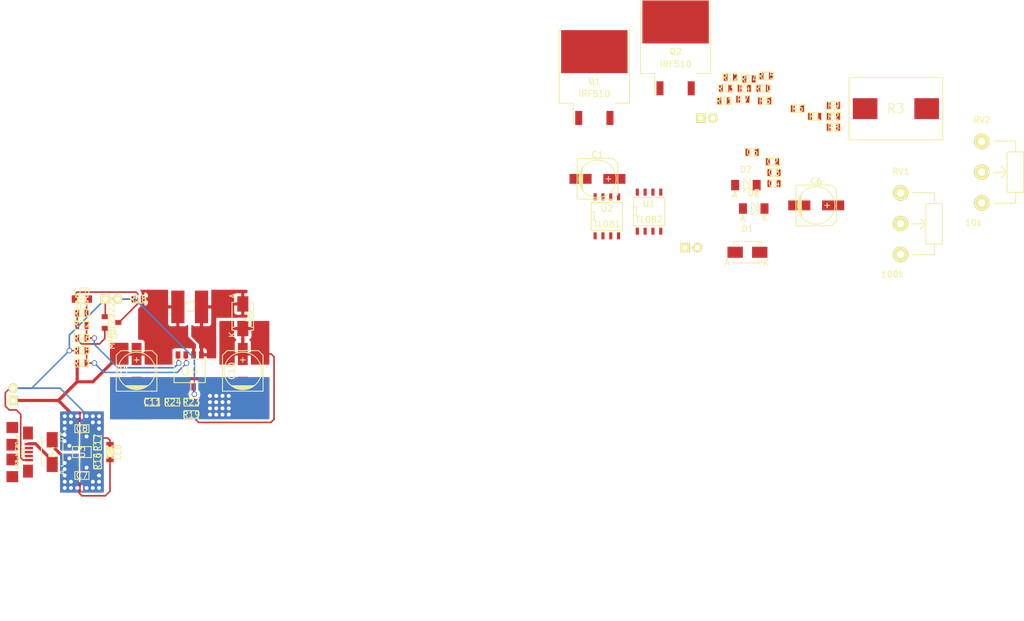
<source format=kicad_pcb>
(kicad_pcb (version 4) (host pcbnew 0.201502040101+5404~21~ubuntu14.04.1-product)

  (general
    (links 105)
    (no_connects 61)
    (area 97.867785 23.222999 264.938581 124.560001)
    (thickness 1.6)
    (drawings 11)
    (tracks 242)
    (zones 0)
    (modules 59)
    (nets 44)
  )

  (page A4)
  (layers
    (0 F.Cu signal)
    (31 B.Cu signal)
    (32 B.Adhes user)
    (33 F.Adhes user)
    (34 B.Paste user)
    (35 F.Paste user)
    (36 B.SilkS user)
    (37 F.SilkS user)
    (38 B.Mask user)
    (39 F.Mask user)
    (40 Dwgs.User user)
    (41 Cmts.User user)
    (42 Eco1.User user)
    (43 Eco2.User user)
    (44 Edge.Cuts user)
    (45 Margin user)
    (46 B.CrtYd user)
    (47 F.CrtYd user)
    (48 B.Fab user)
    (49 F.Fab user)
  )

  (setup
    (last_trace_width 0.254)
    (trace_clearance 0.254)
    (zone_clearance 0.508)
    (zone_45_only no)
    (trace_min 0.254)
    (segment_width 0.2)
    (edge_width 0.1)
    (via_size 0.889)
    (via_drill 0.635)
    (via_min_size 0.889)
    (via_min_drill 0.508)
    (uvia_size 0.508)
    (uvia_drill 0.127)
    (uvias_allowed no)
    (uvia_min_size 0.508)
    (uvia_min_drill 0.127)
    (pcb_text_width 0.3)
    (pcb_text_size 1.5 1.5)
    (mod_edge_width 0.15)
    (mod_text_size 1 1)
    (mod_text_width 0.15)
    (pad_size 1.5 1.5)
    (pad_drill 0.6)
    (pad_to_mask_clearance 0)
    (aux_axis_origin 0 0)
    (visible_elements FFFFE77F)
    (pcbplotparams
      (layerselection 0x00030_80000001)
      (usegerberextensions false)
      (excludeedgelayer true)
      (linewidth 0.050000)
      (plotframeref false)
      (viasonmask false)
      (mode 1)
      (useauxorigin false)
      (hpglpennumber 1)
      (hpglpenspeed 20)
      (hpglpendiameter 15)
      (hpglpenoverlay 2)
      (psnegative false)
      (psa4output false)
      (plotreference true)
      (plotvalue true)
      (plotinvisibletext false)
      (padsonsilk false)
      (subtractmaskfromsilk false)
      (outputformat 1)
      (mirror false)
      (drillshape 1)
      (scaleselection 1)
      (outputdirectory ""))
  )

  (net 0 "")
  (net 1 VCC)
  (net 2 GND)
  (net 3 "Net-(C2-Pad1)")
  (net 4 "Net-(C2-Pad2)")
  (net 5 "Net-(C3-Pad1)")
  (net 6 "Net-(C3-Pad2)")
  (net 7 "Net-(C5-Pad1)")
  (net 8 "Net-(C6-Pad1)")
  (net 9 "Net-(C7-Pad1)")
  (net 10 +BATT)
  (net 11 "Net-(C11-Pad1)")
  (net 12 "Net-(CON1-Pad9)")
  (net 13 "Net-(CON1-Pad8)")
  (net 14 "Net-(CON1-Pad7)")
  (net 15 "Net-(CON1-Pad6)")
  (net 16 "Net-(CON1-Pad1)")
  (net 17 "Net-(CON1-Pad2)")
  (net 18 "Net-(CON1-Pad4)")
  (net 19 "Net-(CON1-Pad3)")
  (net 20 "Net-(D1-Pad1)")
  (net 21 "Net-(D2-Pad2)")
  (net 22 "Net-(D5-Pad2)")
  (net 23 "Net-(D6-Pad1)")
  (net 24 "Net-(D7-Pad1)")
  (net 25 "Net-(D7-Pad2)")
  (net 26 "Net-(Q1-Pad2)")
  (net 27 "Net-(Q1-Pad3)")
  (net 28 "Net-(Q1-Pad1)")
  (net 29 "Net-(Q3-Pad2)")
  (net 30 "Net-(R2-Pad1)")
  (net 31 "Net-(R2-Pad2)")
  (net 32 "Net-(R4-Pad1)")
  (net 33 "Net-(R7-Pad2)")
  (net 34 "Net-(R11-Pad1)")
  (net 35 "Net-(R11-Pad2)")
  (net 36 "Net-(R14-Pad1)")
  (net 37 "Net-(R16-Pad1)")
  (net 38 "Net-(R17-Pad1)")
  (net 39 "Net-(R18-Pad2)")
  (net 40 "Net-(R19-Pad2)")
  (net 41 LB_IN)
  (net 42 LB_OUT)
  (net 43 "Net-(R24-Pad1)")

  (net_class Default "This is the default net class."
    (clearance 0.254)
    (trace_width 0.254)
    (via_dia 0.889)
    (via_drill 0.635)
    (uvia_dia 0.508)
    (uvia_drill 0.127)
    (add_net GND)
    (add_net LB_IN)
    (add_net LB_OUT)
    (add_net "Net-(C11-Pad1)")
    (add_net "Net-(C2-Pad1)")
    (add_net "Net-(C2-Pad2)")
    (add_net "Net-(C3-Pad1)")
    (add_net "Net-(C3-Pad2)")
    (add_net "Net-(C5-Pad1)")
    (add_net "Net-(C6-Pad1)")
    (add_net "Net-(CON1-Pad2)")
    (add_net "Net-(CON1-Pad3)")
    (add_net "Net-(CON1-Pad4)")
    (add_net "Net-(CON1-Pad6)")
    (add_net "Net-(CON1-Pad7)")
    (add_net "Net-(CON1-Pad8)")
    (add_net "Net-(CON1-Pad9)")
    (add_net "Net-(D1-Pad1)")
    (add_net "Net-(D2-Pad2)")
    (add_net "Net-(D5-Pad2)")
    (add_net "Net-(D6-Pad1)")
    (add_net "Net-(D7-Pad1)")
    (add_net "Net-(D7-Pad2)")
    (add_net "Net-(Q1-Pad1)")
    (add_net "Net-(Q1-Pad2)")
    (add_net "Net-(Q1-Pad3)")
    (add_net "Net-(Q3-Pad2)")
    (add_net "Net-(R11-Pad1)")
    (add_net "Net-(R11-Pad2)")
    (add_net "Net-(R14-Pad1)")
    (add_net "Net-(R16-Pad1)")
    (add_net "Net-(R17-Pad1)")
    (add_net "Net-(R18-Pad2)")
    (add_net "Net-(R19-Pad2)")
    (add_net "Net-(R2-Pad1)")
    (add_net "Net-(R2-Pad2)")
    (add_net "Net-(R24-Pad1)")
    (add_net "Net-(R4-Pad1)")
    (add_net "Net-(R7-Pad2)")
    (add_net VCC)
  )

  (net_class Power ""
    (clearance 0.254)
    (trace_width 0.508)
    (via_dia 0.889)
    (via_drill 0.635)
    (uvia_dia 0.508)
    (uvia_drill 0.127)
    (add_net +BATT)
    (add_net "Net-(C7-Pad1)")
    (add_net "Net-(CON1-Pad1)")
  )

  (module Capacitors_SMD:c_elec_6.3x7.7 (layer F.Cu) (tedit 54D366AD) (tstamp 54D370F7)
    (at 195.326 52.578)
    (descr "SMT capacitor, aluminium electrolytic, 6.3x7.7")
    (path /54D2FE33)
    (fp_text reference C1 (at 0 -3.937) (layer F.SilkS)
      (effects (font (size 1 1) (thickness 0.15)))
    )
    (fp_text value 220u (at 0 3.81) (layer F.SilkS) hide
      (effects (font (size 1 1) (thickness 0.15)))
    )
    (fp_line (start -2.921 -0.762) (end -2.921 0.762) (layer F.SilkS) (width 0.15))
    (fp_line (start -2.794 1.143) (end -2.794 -1.143) (layer F.SilkS) (width 0.15))
    (fp_line (start -2.667 -1.397) (end -2.667 1.397) (layer F.SilkS) (width 0.15))
    (fp_line (start -2.54 1.651) (end -2.54 -1.651) (layer F.SilkS) (width 0.15))
    (fp_line (start -2.413 -1.778) (end -2.413 1.778) (layer F.SilkS) (width 0.15))
    (fp_circle (center 0 0) (end -3.048 0) (layer F.SilkS) (width 0.15))
    (fp_line (start -3.302 -3.302) (end -3.302 3.302) (layer F.SilkS) (width 0.15))
    (fp_line (start -3.302 3.302) (end 2.54 3.302) (layer F.SilkS) (width 0.15))
    (fp_line (start 2.54 3.302) (end 3.302 2.54) (layer F.SilkS) (width 0.15))
    (fp_line (start 3.302 2.54) (end 3.302 -2.54) (layer F.SilkS) (width 0.15))
    (fp_line (start 3.302 -2.54) (end 2.54 -3.302) (layer F.SilkS) (width 0.15))
    (fp_line (start 2.54 -3.302) (end -3.302 -3.302) (layer F.SilkS) (width 0.15))
    (fp_line (start 2.159 0) (end 1.397 0) (layer F.SilkS) (width 0.15))
    (fp_line (start 1.778 -0.381) (end 1.778 0.381) (layer F.SilkS) (width 0.15))
    (pad 1 smd rect (at 2.75082 0) (size 3.59918 1.6002) (layers F.Cu F.Paste F.Mask)
      (net 1 VCC))
    (pad 2 smd rect (at -2.75082 0) (size 3.59918 1.6002) (layers F.Cu F.Paste F.Mask)
      (net 2 GND))
    (model Capacitors_SMD/c_elec_6.3x7.7.wrl
      (at (xyz 0 0 0))
      (scale (xyz 1 1 1))
      (rotate (xyz 0 0 0))
    )
  )

  (module SMD_Packages:SMD-0603 (layer F.Cu) (tedit 54D366AD) (tstamp 54D374C1)
    (at 223.774 49.784)
    (path /54CFE04F)
    (attr smd)
    (fp_text reference C2 (at 0 0) (layer F.SilkS)
      (effects (font (size 1 1) (thickness 0.15)))
    )
    (fp_text value 10p (at 0 0) (layer F.SilkS) hide
      (effects (font (size 1 1) (thickness 0.15)))
    )
    (fp_line (start -1.143 -0.635) (end 1.143 -0.635) (layer F.SilkS) (width 0.15))
    (fp_line (start 1.143 -0.635) (end 1.143 0.635) (layer F.SilkS) (width 0.15))
    (fp_line (start 1.143 0.635) (end -1.143 0.635) (layer F.SilkS) (width 0.15))
    (fp_line (start -1.143 0.635) (end -1.143 -0.635) (layer F.SilkS) (width 0.15))
    (pad 1 smd rect (at -0.762 0) (size 0.635 1.143) (layers F.Cu F.Paste F.Mask)
      (net 3 "Net-(C2-Pad1)"))
    (pad 2 smd rect (at 0.762 0) (size 0.635 1.143) (layers F.Cu F.Paste F.Mask)
      (net 4 "Net-(C2-Pad2)"))
    (model SMD_Packages/SMD-0603.wrl
      (at (xyz 0 0 0.001))
      (scale (xyz 0.5 0.5 0.5))
      (rotate (xyz 0 0 0))
    )
  )

  (module SMD_Packages:SMD-0603 (layer F.Cu) (tedit 54D366AD) (tstamp 54D3710B)
    (at 224.028 51.562)
    (path /54CFDC8E)
    (attr smd)
    (fp_text reference C3 (at 0 0) (layer F.SilkS)
      (effects (font (size 1 1) (thickness 0.15)))
    )
    (fp_text value 1u (at 0 0) (layer F.SilkS) hide
      (effects (font (size 1 1) (thickness 0.15)))
    )
    (fp_line (start -1.143 -0.635) (end 1.143 -0.635) (layer F.SilkS) (width 0.15))
    (fp_line (start 1.143 -0.635) (end 1.143 0.635) (layer F.SilkS) (width 0.15))
    (fp_line (start 1.143 0.635) (end -1.143 0.635) (layer F.SilkS) (width 0.15))
    (fp_line (start -1.143 0.635) (end -1.143 -0.635) (layer F.SilkS) (width 0.15))
    (pad 1 smd rect (at -0.762 0) (size 0.635 1.143) (layers F.Cu F.Paste F.Mask)
      (net 5 "Net-(C3-Pad1)"))
    (pad 2 smd rect (at 0.762 0) (size 0.635 1.143) (layers F.Cu F.Paste F.Mask)
      (net 6 "Net-(C3-Pad2)"))
    (model SMD_Packages/SMD-0603.wrl
      (at (xyz 0 0 0.001))
      (scale (xyz 0.5 0.5 0.5))
      (rotate (xyz 0 0 0))
    )
  )

  (module SMD_Packages:SMD-0603 (layer F.Cu) (tedit 54D366AD) (tstamp 54D37115)
    (at 224.028 53.34)
    (path /54CFE0F8)
    (attr smd)
    (fp_text reference C4 (at 0 0) (layer F.SilkS)
      (effects (font (size 1 1) (thickness 0.15)))
    )
    (fp_text value 10u (at 0 0) (layer F.SilkS) hide
      (effects (font (size 1 1) (thickness 0.15)))
    )
    (fp_line (start -1.143 -0.635) (end 1.143 -0.635) (layer F.SilkS) (width 0.15))
    (fp_line (start 1.143 -0.635) (end 1.143 0.635) (layer F.SilkS) (width 0.15))
    (fp_line (start 1.143 0.635) (end -1.143 0.635) (layer F.SilkS) (width 0.15))
    (fp_line (start -1.143 0.635) (end -1.143 -0.635) (layer F.SilkS) (width 0.15))
    (pad 1 smd rect (at -0.762 0) (size 0.635 1.143) (layers F.Cu F.Paste F.Mask)
      (net 3 "Net-(C2-Pad1)"))
    (pad 2 smd rect (at 0.762 0) (size 0.635 1.143) (layers F.Cu F.Paste F.Mask)
      (net 2 GND))
    (model SMD_Packages/SMD-0603.wrl
      (at (xyz 0 0 0.001))
      (scale (xyz 0.5 0.5 0.5))
      (rotate (xyz 0 0 0))
    )
  )

  (module SMD_Packages:SMD-0603 (layer F.Cu) (tedit 54D366AD) (tstamp 54D3711F)
    (at 220.472 48.26)
    (path /54CFEBCC)
    (attr smd)
    (fp_text reference C5 (at 0 0) (layer F.SilkS)
      (effects (font (size 1 1) (thickness 0.15)))
    )
    (fp_text value 680p (at 0 0) (layer F.SilkS) hide
      (effects (font (size 1 1) (thickness 0.15)))
    )
    (fp_line (start -1.143 -0.635) (end 1.143 -0.635) (layer F.SilkS) (width 0.15))
    (fp_line (start 1.143 -0.635) (end 1.143 0.635) (layer F.SilkS) (width 0.15))
    (fp_line (start 1.143 0.635) (end -1.143 0.635) (layer F.SilkS) (width 0.15))
    (fp_line (start -1.143 0.635) (end -1.143 -0.635) (layer F.SilkS) (width 0.15))
    (pad 1 smd rect (at -0.762 0) (size 0.635 1.143) (layers F.Cu F.Paste F.Mask)
      (net 7 "Net-(C5-Pad1)"))
    (pad 2 smd rect (at 0.762 0) (size 0.635 1.143) (layers F.Cu F.Paste F.Mask)
      (net 2 GND))
    (model SMD_Packages/SMD-0603.wrl
      (at (xyz 0 0 0.001))
      (scale (xyz 0.5 0.5 0.5))
      (rotate (xyz 0 0 0))
    )
  )

  (module Capacitors_SMD:c_elec_6.3x7.7 (layer F.Cu) (tedit 54D366AD) (tstamp 54D37133)
    (at 230.886 56.896)
    (descr "SMT capacitor, aluminium electrolytic, 6.3x7.7")
    (path /54CFF96A)
    (fp_text reference C6 (at 0 -3.937) (layer F.SilkS)
      (effects (font (size 1 1) (thickness 0.15)))
    )
    (fp_text value 47u (at 0 3.81) (layer F.SilkS) hide
      (effects (font (size 1 1) (thickness 0.15)))
    )
    (fp_line (start -2.921 -0.762) (end -2.921 0.762) (layer F.SilkS) (width 0.15))
    (fp_line (start -2.794 1.143) (end -2.794 -1.143) (layer F.SilkS) (width 0.15))
    (fp_line (start -2.667 -1.397) (end -2.667 1.397) (layer F.SilkS) (width 0.15))
    (fp_line (start -2.54 1.651) (end -2.54 -1.651) (layer F.SilkS) (width 0.15))
    (fp_line (start -2.413 -1.778) (end -2.413 1.778) (layer F.SilkS) (width 0.15))
    (fp_circle (center 0 0) (end -3.048 0) (layer F.SilkS) (width 0.15))
    (fp_line (start -3.302 -3.302) (end -3.302 3.302) (layer F.SilkS) (width 0.15))
    (fp_line (start -3.302 3.302) (end 2.54 3.302) (layer F.SilkS) (width 0.15))
    (fp_line (start 2.54 3.302) (end 3.302 2.54) (layer F.SilkS) (width 0.15))
    (fp_line (start 3.302 2.54) (end 3.302 -2.54) (layer F.SilkS) (width 0.15))
    (fp_line (start 3.302 -2.54) (end 2.54 -3.302) (layer F.SilkS) (width 0.15))
    (fp_line (start 2.54 -3.302) (end -3.302 -3.302) (layer F.SilkS) (width 0.15))
    (fp_line (start 2.159 0) (end 1.397 0) (layer F.SilkS) (width 0.15))
    (fp_line (start 1.778 -0.381) (end 1.778 0.381) (layer F.SilkS) (width 0.15))
    (pad 1 smd rect (at 2.75082 0) (size 3.59918 1.6002) (layers F.Cu F.Paste F.Mask)
      (net 8 "Net-(C6-Pad1)"))
    (pad 2 smd rect (at -2.75082 0) (size 3.59918 1.6002) (layers F.Cu F.Paste F.Mask)
      (net 2 GND))
    (model Capacitors_SMD/c_elec_6.3x7.7.wrl
      (at (xyz 0 0 0))
      (scale (xyz 1 1 1))
      (rotate (xyz 0 0 0))
    )
  )

  (module SMD_Packages:SMD-0603 (layer F.Cu) (tedit 54D366AD) (tstamp 54D37AB7)
    (at 111.506 100.838)
    (path /54D134FA/54D137DA)
    (attr smd)
    (fp_text reference C7 (at 0 0) (layer F.SilkS)
      (effects (font (size 1 1) (thickness 0.15)))
    )
    (fp_text value 4.7u (at 0 0) (layer F.SilkS) hide
      (effects (font (size 1 1) (thickness 0.15)))
    )
    (fp_line (start -1.143 -0.635) (end 1.143 -0.635) (layer F.SilkS) (width 0.15))
    (fp_line (start 1.143 -0.635) (end 1.143 0.635) (layer F.SilkS) (width 0.15))
    (fp_line (start 1.143 0.635) (end -1.143 0.635) (layer F.SilkS) (width 0.15))
    (fp_line (start -1.143 0.635) (end -1.143 -0.635) (layer F.SilkS) (width 0.15))
    (pad 1 smd rect (at -0.762 0) (size 0.635 1.143) (layers F.Cu F.Paste F.Mask)
      (net 9 "Net-(C7-Pad1)"))
    (pad 2 smd rect (at 0.762 0) (size 0.635 1.143) (layers F.Cu F.Paste F.Mask)
      (net 2 GND))
    (model SMD_Packages/SMD-0603.wrl
      (at (xyz 0 0 0.001))
      (scale (xyz 0.5 0.5 0.5))
      (rotate (xyz 0 0 0))
    )
  )

  (module SMD_Packages:SMD-0603 (layer F.Cu) (tedit 54D366AD) (tstamp 54D37147)
    (at 111.506 93.218)
    (path /54D134FA/54D1432E)
    (attr smd)
    (fp_text reference C8 (at 0 0) (layer F.SilkS)
      (effects (font (size 1 1) (thickness 0.15)))
    )
    (fp_text value 4.7u (at 0 0) (layer F.SilkS) hide
      (effects (font (size 1 1) (thickness 0.15)))
    )
    (fp_line (start -1.143 -0.635) (end 1.143 -0.635) (layer F.SilkS) (width 0.15))
    (fp_line (start 1.143 -0.635) (end 1.143 0.635) (layer F.SilkS) (width 0.15))
    (fp_line (start 1.143 0.635) (end -1.143 0.635) (layer F.SilkS) (width 0.15))
    (fp_line (start -1.143 0.635) (end -1.143 -0.635) (layer F.SilkS) (width 0.15))
    (pad 1 smd rect (at -0.762 0) (size 0.635 1.143) (layers F.Cu F.Paste F.Mask)
      (net 10 +BATT))
    (pad 2 smd rect (at 0.762 0) (size 0.635 1.143) (layers F.Cu F.Paste F.Mask)
      (net 2 GND))
    (model SMD_Packages/SMD-0603.wrl
      (at (xyz 0 0 0.001))
      (scale (xyz 0.5 0.5 0.5))
      (rotate (xyz 0 0 0))
    )
  )

  (module Capacitors_SMD:c_elec_6.3x7.7 (layer F.Cu) (tedit 54D366AD) (tstamp 54D38E5F)
    (at 120.396 83.82 90)
    (descr "SMT capacitor, aluminium electrolytic, 6.3x7.7")
    (path /54D1590C/54D22F0F)
    (fp_text reference C9 (at 0 -2.032 90) (layer F.SilkS)
      (effects (font (size 1 1) (thickness 0.15)))
    )
    (fp_text value 47u (at 0 3.81 90) (layer F.SilkS) hide
      (effects (font (size 1 1) (thickness 0.15)))
    )
    (fp_line (start -2.921 -0.762) (end -2.921 0.762) (layer F.SilkS) (width 0.15))
    (fp_line (start -2.794 1.143) (end -2.794 -1.143) (layer F.SilkS) (width 0.15))
    (fp_line (start -2.667 -1.397) (end -2.667 1.397) (layer F.SilkS) (width 0.15))
    (fp_line (start -2.54 1.651) (end -2.54 -1.651) (layer F.SilkS) (width 0.15))
    (fp_line (start -2.413 -1.778) (end -2.413 1.778) (layer F.SilkS) (width 0.15))
    (fp_circle (center 0 0) (end -3.048 0) (layer F.SilkS) (width 0.15))
    (fp_line (start -3.302 -3.302) (end -3.302 3.302) (layer F.SilkS) (width 0.15))
    (fp_line (start -3.302 3.302) (end 2.54 3.302) (layer F.SilkS) (width 0.15))
    (fp_line (start 2.54 3.302) (end 3.302 2.54) (layer F.SilkS) (width 0.15))
    (fp_line (start 3.302 2.54) (end 3.302 -2.54) (layer F.SilkS) (width 0.15))
    (fp_line (start 3.302 -2.54) (end 2.54 -3.302) (layer F.SilkS) (width 0.15))
    (fp_line (start 2.54 -3.302) (end -3.302 -3.302) (layer F.SilkS) (width 0.15))
    (fp_line (start 2.159 0) (end 1.397 0) (layer F.SilkS) (width 0.15))
    (fp_line (start 1.778 -0.381) (end 1.778 0.381) (layer F.SilkS) (width 0.15))
    (pad 1 smd rect (at 2.75082 0 90) (size 3.59918 1.6002) (layers F.Cu F.Paste F.Mask)
      (net 10 +BATT))
    (pad 2 smd rect (at -2.75082 0 90) (size 3.59918 1.6002) (layers F.Cu F.Paste F.Mask)
      (net 2 GND))
    (model Capacitors_SMD/c_elec_6.3x7.7.wrl
      (at (xyz 0 0 0))
      (scale (xyz 1 1 1))
      (rotate (xyz 0 0 0))
    )
  )

  (module Capacitors_SMD:c_elec_6.3x7.7 (layer F.Cu) (tedit 54D366AD) (tstamp 54D3716F)
    (at 137.668 83.82 90)
    (descr "SMT capacitor, aluminium electrolytic, 6.3x7.7")
    (path /54D1590C/54D234BC)
    (fp_text reference C10 (at 0 -1.778 90) (layer F.SilkS)
      (effects (font (size 1 1) (thickness 0.15)))
    )
    (fp_text value 47u (at 0 3.81 90) (layer F.SilkS) hide
      (effects (font (size 1 1) (thickness 0.15)))
    )
    (fp_line (start -2.921 -0.762) (end -2.921 0.762) (layer F.SilkS) (width 0.15))
    (fp_line (start -2.794 1.143) (end -2.794 -1.143) (layer F.SilkS) (width 0.15))
    (fp_line (start -2.667 -1.397) (end -2.667 1.397) (layer F.SilkS) (width 0.15))
    (fp_line (start -2.54 1.651) (end -2.54 -1.651) (layer F.SilkS) (width 0.15))
    (fp_line (start -2.413 -1.778) (end -2.413 1.778) (layer F.SilkS) (width 0.15))
    (fp_circle (center 0 0) (end -3.048 0) (layer F.SilkS) (width 0.15))
    (fp_line (start -3.302 -3.302) (end -3.302 3.302) (layer F.SilkS) (width 0.15))
    (fp_line (start -3.302 3.302) (end 2.54 3.302) (layer F.SilkS) (width 0.15))
    (fp_line (start 2.54 3.302) (end 3.302 2.54) (layer F.SilkS) (width 0.15))
    (fp_line (start 3.302 2.54) (end 3.302 -2.54) (layer F.SilkS) (width 0.15))
    (fp_line (start 3.302 -2.54) (end 2.54 -3.302) (layer F.SilkS) (width 0.15))
    (fp_line (start 2.54 -3.302) (end -3.302 -3.302) (layer F.SilkS) (width 0.15))
    (fp_line (start 2.159 0) (end 1.397 0) (layer F.SilkS) (width 0.15))
    (fp_line (start 1.778 -0.381) (end 1.778 0.381) (layer F.SilkS) (width 0.15))
    (pad 1 smd rect (at 2.75082 0 90) (size 3.59918 1.6002) (layers F.Cu F.Paste F.Mask)
      (net 1 VCC))
    (pad 2 smd rect (at -2.75082 0 90) (size 3.59918 1.6002) (layers F.Cu F.Paste F.Mask)
      (net 2 GND))
    (model Capacitors_SMD/c_elec_6.3x7.7.wrl
      (at (xyz 0 0 0))
      (scale (xyz 1 1 1))
      (rotate (xyz 0 0 0))
    )
  )

  (module SMD_Packages:SMD-0603 (layer F.Cu) (tedit 54D366AD) (tstamp 54D38F60)
    (at 122.936 88.9 180)
    (path /54D1590C/54D20F86)
    (attr smd)
    (fp_text reference C11 (at 0 0 180) (layer F.SilkS)
      (effects (font (size 1 1) (thickness 0.15)))
    )
    (fp_text value 330p (at 0 0 180) (layer F.SilkS) hide
      (effects (font (size 1 1) (thickness 0.15)))
    )
    (fp_line (start -1.143 -0.635) (end 1.143 -0.635) (layer F.SilkS) (width 0.15))
    (fp_line (start 1.143 -0.635) (end 1.143 0.635) (layer F.SilkS) (width 0.15))
    (fp_line (start 1.143 0.635) (end -1.143 0.635) (layer F.SilkS) (width 0.15))
    (fp_line (start -1.143 0.635) (end -1.143 -0.635) (layer F.SilkS) (width 0.15))
    (pad 1 smd rect (at -0.762 0 180) (size 0.635 1.143) (layers F.Cu F.Paste F.Mask)
      (net 11 "Net-(C11-Pad1)"))
    (pad 2 smd rect (at 0.762 0 180) (size 0.635 1.143) (layers F.Cu F.Paste F.Mask)
      (net 2 GND))
    (model SMD_Packages/SMD-0603.wrl
      (at (xyz 0 0 0.001))
      (scale (xyz 0.5 0.5 0.5))
      (rotate (xyz 0 0 0))
    )
  )

  (module _connectors:_Micro-USB-AB-receptacle-SMT (layer F.Cu) (tedit 52FF9FCA) (tstamp 54D37188)
    (at 102.87 97.028 270)
    (path /54D134FA/54D13545)
    (fp_text reference CON1 (at 0 0.9 270) (layer F.SilkS)
      (effects (font (size 0.5 0.5) (thickness 0.125)))
    )
    (fp_text value USB-MICRO-B (at 0 1.9 270) (layer F.SilkS)
      (effects (font (size 0.5 0.5) (thickness 0.125)))
    )
    (pad 9 smd rect (at 1.2 2.675 270) (size 1.9 1.9) (layers F.Cu F.Paste F.Mask)
      (net 12 "Net-(CON1-Pad9)"))
    (pad 8 smd rect (at -1.2 2.675 270) (size 1.9 1.9) (layers F.Cu F.Paste F.Mask)
      (net 13 "Net-(CON1-Pad8)"))
    (pad 10 smd rect (at 4 2.675 270) (size 1.8 1.9) (layers F.Cu F.Paste F.Mask))
    (pad 7 smd rect (at -4 2.675 270) (size 1.8 1.9) (layers F.Cu F.Paste F.Mask)
      (net 14 "Net-(CON1-Pad7)"))
    (pad 6 smd rect (at -3.1 0.125 270) (size 2.1 1.6) (layers F.Cu F.Paste F.Mask)
      (net 15 "Net-(CON1-Pad6)"))
    (pad 11 smd rect (at 3.1 0.125 270) (size 2.1 1.6) (layers F.Cu F.Paste F.Mask))
    (pad 1 smd rect (at -1.3 0 270) (size 0.4 1.35) (layers F.Cu F.Paste F.Mask)
      (net 16 "Net-(CON1-Pad1)"))
    (pad 2 smd rect (at -0.65 0 270) (size 0.4 1.35) (layers F.Cu F.Paste F.Mask)
      (net 17 "Net-(CON1-Pad2)"))
    (pad 5 smd rect (at 1.3 0 270) (size 0.4 1.35) (layers F.Cu F.Paste F.Mask)
      (net 2 GND))
    (pad 4 smd rect (at 0.65 0 270) (size 0.4 1.35) (layers F.Cu F.Paste F.Mask)
      (net 18 "Net-(CON1-Pad4)"))
    (pad 3 smd rect (at 0 0 270) (size 0.4 1.35) (layers F.Cu F.Paste F.Mask)
      (net 19 "Net-(CON1-Pad3)"))
  )

  (module Diodes_SMD:Diode-SMA_Standard (layer F.Cu) (tedit 5403E41A) (tstamp 54D37199)
    (at 219.71 64.516)
    (descr "Diode SMA")
    (tags "Diode SMA")
    (path /54D00111)
    (attr smd)
    (fp_text reference D1 (at 0 -3.81) (layer F.SilkS)
      (effects (font (size 1 1) (thickness 0.15)))
    )
    (fp_text value S1J-13-F (at 0 3.81) (layer F.SilkS) hide
      (effects (font (size 1 1) (thickness 0.15)))
    )
    (fp_text user A (at -3.29946 1.6002) (layer F.SilkS)
      (effects (font (size 1 1) (thickness 0.15)))
    )
    (fp_text user K (at 2.99974 1.69926) (layer F.SilkS)
      (effects (font (size 1 1) (thickness 0.15)))
    )
    (fp_circle (center 0 0) (end 0.20066 -0.0508) (layer F.Adhes) (width 0.381))
    (fp_line (start 1.80086 1.75006) (end 1.80086 1.39954) (layer F.SilkS) (width 0.15))
    (fp_line (start 1.80086 -1.75006) (end 1.80086 -1.39954) (layer F.SilkS) (width 0.15))
    (fp_line (start 2.25044 1.75006) (end 2.25044 1.39954) (layer F.SilkS) (width 0.15))
    (fp_line (start -2.25044 1.75006) (end -2.25044 1.39954) (layer F.SilkS) (width 0.15))
    (fp_line (start -2.25044 -1.75006) (end -2.25044 -1.39954) (layer F.SilkS) (width 0.15))
    (fp_line (start 2.25044 -1.75006) (end 2.25044 -1.39954) (layer F.SilkS) (width 0.15))
    (fp_line (start -2.25044 1.75006) (end 2.25044 1.75006) (layer F.SilkS) (width 0.15))
    (fp_line (start -2.25044 -1.75006) (end 2.25044 -1.75006) (layer F.SilkS) (width 0.15))
    (pad 1 smd rect (at -1.99898 0) (size 2.49936 1.80086) (layers F.Cu F.Paste F.Mask)
      (net 20 "Net-(D1-Pad1)"))
    (pad 2 smd rect (at 1.99898 0) (size 2.49936 1.80086) (layers F.Cu F.Paste F.Mask)
      (net 1 VCC))
    (model Diodes_SMD/Diode-SMA_Standard.wrl
      (at (xyz 0 0 0))
      (scale (xyz 0.3937 0.3937 0.3937))
      (rotate (xyz 0 0 0))
    )
  )

  (module Diodes_SMD:Diode-MiniMELF_Standard (layer F.Cu) (tedit 54D366AD) (tstamp 54D371A7)
    (at 219.456 53.594)
    (descr "Diode Mini-MELF Standard")
    (tags "Diode Mini-MELF Standard")
    (path /54CFDF6A)
    (attr smd)
    (fp_text reference D2 (at 0 -2.54) (layer F.SilkS)
      (effects (font (size 1 1) (thickness 0.15)))
    )
    (fp_text value 1N4148W (at 0 3.81) (layer F.SilkS) hide
      (effects (font (size 1 1) (thickness 0.15)))
    )
    (fp_line (start 0.65024 0.0508) (end -0.35052 -1.00076) (layer F.SilkS) (width 0.15))
    (fp_line (start -0.35052 -1.00076) (end -0.35052 1.00076) (layer F.SilkS) (width 0.15))
    (fp_line (start -0.35052 1.00076) (end 0.65024 0) (layer F.SilkS) (width 0.15))
    (fp_line (start 0.65024 -1.04902) (end 0.65024 1.04902) (layer F.SilkS) (width 0.15))
    (fp_text user A (at -1.80086 1.5494) (layer F.SilkS)
      (effects (font (size 1 1) (thickness 0.15)))
    )
    (fp_text user K (at 1.80086 1.5494) (layer F.SilkS)
      (effects (font (size 1 1) (thickness 0.15)))
    )
    (fp_circle (center 0 0) (end 0 0.55118) (layer F.Adhes) (width 0.381))
    (fp_circle (center 0 0) (end 0 0.20066) (layer F.Adhes) (width 0.381))
    (pad 1 smd rect (at -1.75006 0) (size 1.30048 1.69926) (layers F.Cu F.Paste F.Mask)
      (net 4 "Net-(C2-Pad2)"))
    (pad 2 smd rect (at 1.75006 0) (size 1.30048 1.69926) (layers F.Cu F.Paste F.Mask)
      (net 21 "Net-(D2-Pad2)"))
    (model Diodes_SMD/Diode-MiniMELF_Standard.wrl
      (at (xyz 0 0 0))
      (scale (xyz 0.3937 0.3937 0.3937))
      (rotate (xyz 0 0 0))
    )
  )

  (module Diodes_SMD:Diode-MiniMELF_Standard (layer F.Cu) (tedit 54D366AD) (tstamp 54D371B5)
    (at 220.726 57.404)
    (descr "Diode Mini-MELF Standard")
    (tags "Diode Mini-MELF Standard")
    (path /54CFE0AA)
    (attr smd)
    (fp_text reference D3 (at 0 -2.54) (layer F.SilkS)
      (effects (font (size 1 1) (thickness 0.15)))
    )
    (fp_text value 1N4148W (at 0 3.81) (layer F.SilkS) hide
      (effects (font (size 1 1) (thickness 0.15)))
    )
    (fp_line (start 0.65024 0.0508) (end -0.35052 -1.00076) (layer F.SilkS) (width 0.15))
    (fp_line (start -0.35052 -1.00076) (end -0.35052 1.00076) (layer F.SilkS) (width 0.15))
    (fp_line (start -0.35052 1.00076) (end 0.65024 0) (layer F.SilkS) (width 0.15))
    (fp_line (start 0.65024 -1.04902) (end 0.65024 1.04902) (layer F.SilkS) (width 0.15))
    (fp_text user A (at -1.80086 1.5494) (layer F.SilkS)
      (effects (font (size 1 1) (thickness 0.15)))
    )
    (fp_text user K (at 1.80086 1.5494) (layer F.SilkS)
      (effects (font (size 1 1) (thickness 0.15)))
    )
    (fp_circle (center 0 0) (end 0 0.55118) (layer F.Adhes) (width 0.381))
    (fp_circle (center 0 0) (end 0 0.20066) (layer F.Adhes) (width 0.381))
    (pad 1 smd rect (at -1.75006 0) (size 1.30048 1.69926) (layers F.Cu F.Paste F.Mask)
      (net 21 "Net-(D2-Pad2)"))
    (pad 2 smd rect (at 1.75006 0) (size 1.30048 1.69926) (layers F.Cu F.Paste F.Mask)
      (net 3 "Net-(C2-Pad1)"))
    (model Diodes_SMD/Diode-MiniMELF_Standard.wrl
      (at (xyz 0 0 0))
      (scale (xyz 0.3937 0.3937 0.3937))
      (rotate (xyz 0 0 0))
    )
  )

  (module Diodes_SMD:Diode-SMA_Standard (layer F.Cu) (tedit 54D36E89) (tstamp 54D371C6)
    (at 106.68 97.028 90)
    (descr "Diode SMA")
    (tags "Diode SMA")
    (path /54D134FA/54D135EC)
    (attr smd)
    (fp_text reference D4 (at 0 0 90) (layer F.SilkS)
      (effects (font (size 1 1) (thickness 0.15)))
    )
    (fp_text value MBRA140 (at 0 3.81 90) (layer F.SilkS) hide
      (effects (font (size 1 1) (thickness 0.15)))
    )
    (fp_text user A (at -3.29946 1.6002 90) (layer F.SilkS)
      (effects (font (size 1 1) (thickness 0.15)))
    )
    (fp_text user K (at 2.99974 1.69926 90) (layer F.SilkS)
      (effects (font (size 1 1) (thickness 0.15)))
    )
    (fp_circle (center 0 0) (end 0.20066 -0.0508) (layer F.Adhes) (width 0.381))
    (fp_line (start 1.80086 1.75006) (end 1.80086 1.39954) (layer F.SilkS) (width 0.15))
    (fp_line (start 1.80086 -1.75006) (end 1.80086 -1.39954) (layer F.SilkS) (width 0.15))
    (fp_line (start 2.25044 1.75006) (end 2.25044 1.39954) (layer F.SilkS) (width 0.15))
    (fp_line (start -2.25044 1.75006) (end -2.25044 1.39954) (layer F.SilkS) (width 0.15))
    (fp_line (start -2.25044 -1.75006) (end -2.25044 -1.39954) (layer F.SilkS) (width 0.15))
    (fp_line (start 2.25044 -1.75006) (end 2.25044 -1.39954) (layer F.SilkS) (width 0.15))
    (fp_line (start -2.25044 1.75006) (end 2.25044 1.75006) (layer F.SilkS) (width 0.15))
    (fp_line (start -2.25044 -1.75006) (end 2.25044 -1.75006) (layer F.SilkS) (width 0.15))
    (pad 1 smd rect (at -1.99898 0 90) (size 2.49936 1.80086) (layers F.Cu F.Paste F.Mask)
      (net 16 "Net-(CON1-Pad1)"))
    (pad 2 smd rect (at 1.99898 0 90) (size 2.49936 1.80086) (layers F.Cu F.Paste F.Mask)
      (net 9 "Net-(C7-Pad1)"))
    (model Diodes_SMD/Diode-SMA_Standard.wrl
      (at (xyz 0 0 0))
      (scale (xyz 0.3937 0.3937 0.3937))
      (rotate (xyz 0 0 0))
    )
  )

  (module LEDs:LED-0805 (layer F.Cu) (tedit 54D36E8D) (tstamp 54D37A9E)
    (at 116.078 97.028 90)
    (descr "LED 0805 smd package")
    (tags "LED 0805 SMD")
    (path /54D134FA/54D13848)
    (attr smd)
    (fp_text reference D5 (at 0 0 90) (layer F.SilkS)
      (effects (font (size 1 1) (thickness 0.15)))
    )
    (fp_text value LED (at 0 1.27 90) (layer F.SilkS)
      (effects (font (size 1 1) (thickness 0.15)))
    )
    (fp_line (start 0.49784 0.29972) (end 0.49784 0.62484) (layer F.SilkS) (width 0.15))
    (fp_line (start 0.49784 0.62484) (end 0.99822 0.62484) (layer F.SilkS) (width 0.15))
    (fp_line (start 0.99822 0.29972) (end 0.99822 0.62484) (layer F.SilkS) (width 0.15))
    (fp_line (start 0.49784 0.29972) (end 0.99822 0.29972) (layer F.SilkS) (width 0.15))
    (fp_line (start 0.49784 -0.32258) (end 0.49784 -0.17272) (layer F.SilkS) (width 0.15))
    (fp_line (start 0.49784 -0.17272) (end 0.7493 -0.17272) (layer F.SilkS) (width 0.15))
    (fp_line (start 0.7493 -0.32258) (end 0.7493 -0.17272) (layer F.SilkS) (width 0.15))
    (fp_line (start 0.49784 -0.32258) (end 0.7493 -0.32258) (layer F.SilkS) (width 0.15))
    (fp_line (start 0.49784 0.17272) (end 0.49784 0.32258) (layer F.SilkS) (width 0.15))
    (fp_line (start 0.49784 0.32258) (end 0.7493 0.32258) (layer F.SilkS) (width 0.15))
    (fp_line (start 0.7493 0.17272) (end 0.7493 0.32258) (layer F.SilkS) (width 0.15))
    (fp_line (start 0.49784 0.17272) (end 0.7493 0.17272) (layer F.SilkS) (width 0.15))
    (fp_line (start 0.49784 -0.19812) (end 0.49784 0.19812) (layer F.SilkS) (width 0.15))
    (fp_line (start 0.49784 0.19812) (end 0.6731 0.19812) (layer F.SilkS) (width 0.15))
    (fp_line (start 0.6731 -0.19812) (end 0.6731 0.19812) (layer F.SilkS) (width 0.15))
    (fp_line (start 0.49784 -0.19812) (end 0.6731 -0.19812) (layer F.SilkS) (width 0.15))
    (fp_line (start -0.99822 0.29972) (end -0.99822 0.62484) (layer F.SilkS) (width 0.15))
    (fp_line (start -0.99822 0.62484) (end -0.49784 0.62484) (layer F.SilkS) (width 0.15))
    (fp_line (start -0.49784 0.29972) (end -0.49784 0.62484) (layer F.SilkS) (width 0.15))
    (fp_line (start -0.99822 0.29972) (end -0.49784 0.29972) (layer F.SilkS) (width 0.15))
    (fp_line (start -0.99822 -0.62484) (end -0.99822 -0.29972) (layer F.SilkS) (width 0.15))
    (fp_line (start -0.99822 -0.29972) (end -0.49784 -0.29972) (layer F.SilkS) (width 0.15))
    (fp_line (start -0.49784 -0.62484) (end -0.49784 -0.29972) (layer F.SilkS) (width 0.15))
    (fp_line (start -0.99822 -0.62484) (end -0.49784 -0.62484) (layer F.SilkS) (width 0.15))
    (fp_line (start -0.7493 0.17272) (end -0.7493 0.32258) (layer F.SilkS) (width 0.15))
    (fp_line (start -0.7493 0.32258) (end -0.49784 0.32258) (layer F.SilkS) (width 0.15))
    (fp_line (start -0.49784 0.17272) (end -0.49784 0.32258) (layer F.SilkS) (width 0.15))
    (fp_line (start -0.7493 0.17272) (end -0.49784 0.17272) (layer F.SilkS) (width 0.15))
    (fp_line (start -0.7493 -0.32258) (end -0.7493 -0.17272) (layer F.SilkS) (width 0.15))
    (fp_line (start -0.7493 -0.17272) (end -0.49784 -0.17272) (layer F.SilkS) (width 0.15))
    (fp_line (start -0.49784 -0.32258) (end -0.49784 -0.17272) (layer F.SilkS) (width 0.15))
    (fp_line (start -0.7493 -0.32258) (end -0.49784 -0.32258) (layer F.SilkS) (width 0.15))
    (fp_line (start -0.6731 -0.19812) (end -0.6731 0.19812) (layer F.SilkS) (width 0.15))
    (fp_line (start -0.6731 0.19812) (end -0.49784 0.19812) (layer F.SilkS) (width 0.15))
    (fp_line (start -0.49784 -0.19812) (end -0.49784 0.19812) (layer F.SilkS) (width 0.15))
    (fp_line (start -0.6731 -0.19812) (end -0.49784 -0.19812) (layer F.SilkS) (width 0.15))
    (fp_line (start 0 -0.09906) (end 0 0.09906) (layer F.SilkS) (width 0.15))
    (fp_line (start 0 0.09906) (end 0.19812 0.09906) (layer F.SilkS) (width 0.15))
    (fp_line (start 0.19812 -0.09906) (end 0.19812 0.09906) (layer F.SilkS) (width 0.15))
    (fp_line (start 0 -0.09906) (end 0.19812 -0.09906) (layer F.SilkS) (width 0.15))
    (fp_line (start 0.49784 -0.59944) (end 0.49784 -0.29972) (layer F.SilkS) (width 0.15))
    (fp_line (start 0.49784 -0.29972) (end 0.79756 -0.29972) (layer F.SilkS) (width 0.15))
    (fp_line (start 0.79756 -0.59944) (end 0.79756 -0.29972) (layer F.SilkS) (width 0.15))
    (fp_line (start 0.49784 -0.59944) (end 0.79756 -0.59944) (layer F.SilkS) (width 0.15))
    (fp_line (start 0.92456 -0.62484) (end 0.92456 -0.39878) (layer F.SilkS) (width 0.15))
    (fp_line (start 0.92456 -0.39878) (end 0.99822 -0.39878) (layer F.SilkS) (width 0.15))
    (fp_line (start 0.99822 -0.62484) (end 0.99822 -0.39878) (layer F.SilkS) (width 0.15))
    (fp_line (start 0.92456 -0.62484) (end 0.99822 -0.62484) (layer F.SilkS) (width 0.15))
    (fp_line (start 0.52324 0.57404) (end -0.52324 0.57404) (layer F.SilkS) (width 0.15))
    (fp_line (start -0.49784 -0.57404) (end 0.92456 -0.57404) (layer F.SilkS) (width 0.15))
    (fp_circle (center 0.84836 -0.44958) (end 0.89916 -0.50038) (layer F.SilkS) (width 0.15))
    (fp_arc (start 0.99822 0) (end 0.99822 0.34798) (angle 180) (layer F.SilkS) (width 0.15))
    (fp_arc (start -0.99822 0) (end -0.99822 -0.34798) (angle 180) (layer F.SilkS) (width 0.15))
    (pad 1 smd rect (at -1.04902 0 90) (size 1.19888 1.19888) (layers F.Cu F.Paste F.Mask)
      (net 9 "Net-(C7-Pad1)"))
    (pad 2 smd rect (at 1.04902 0 90) (size 1.19888 1.19888) (layers F.Cu F.Paste F.Mask)
      (net 22 "Net-(D5-Pad2)"))
  )

  (module Diodes_SMD:Diode-SMA_Standard (layer F.Cu) (tedit 5403E41A) (tstamp 54D39251)
    (at 137.668 74.93 270)
    (descr "Diode SMA")
    (tags "Diode SMA")
    (path /54D1590C/54D2162D)
    (attr smd)
    (fp_text reference D6 (at 0 -1.016 270) (layer F.SilkS)
      (effects (font (size 1 1) (thickness 0.15)))
    )
    (fp_text value MBRA140 (at 0 3.81 270) (layer F.SilkS) hide
      (effects (font (size 1 1) (thickness 0.15)))
    )
    (fp_text user A (at -3.29946 1.6002 270) (layer F.SilkS)
      (effects (font (size 1 1) (thickness 0.15)))
    )
    (fp_text user K (at 2.99974 1.69926 270) (layer F.SilkS)
      (effects (font (size 1 1) (thickness 0.15)))
    )
    (fp_circle (center 0 0) (end 0.20066 -0.0508) (layer F.Adhes) (width 0.381))
    (fp_line (start 1.80086 1.75006) (end 1.80086 1.39954) (layer F.SilkS) (width 0.15))
    (fp_line (start 1.80086 -1.75006) (end 1.80086 -1.39954) (layer F.SilkS) (width 0.15))
    (fp_line (start 2.25044 1.75006) (end 2.25044 1.39954) (layer F.SilkS) (width 0.15))
    (fp_line (start -2.25044 1.75006) (end -2.25044 1.39954) (layer F.SilkS) (width 0.15))
    (fp_line (start -2.25044 -1.75006) (end -2.25044 -1.39954) (layer F.SilkS) (width 0.15))
    (fp_line (start 2.25044 -1.75006) (end 2.25044 -1.39954) (layer F.SilkS) (width 0.15))
    (fp_line (start -2.25044 1.75006) (end 2.25044 1.75006) (layer F.SilkS) (width 0.15))
    (fp_line (start -2.25044 -1.75006) (end 2.25044 -1.75006) (layer F.SilkS) (width 0.15))
    (pad 1 smd rect (at -1.99898 0 270) (size 2.49936 1.80086) (layers F.Cu F.Paste F.Mask)
      (net 23 "Net-(D6-Pad1)"))
    (pad 2 smd rect (at 1.99898 0 270) (size 2.49936 1.80086) (layers F.Cu F.Paste F.Mask)
      (net 1 VCC))
    (model Diodes_SMD/Diode-SMA_Standard.wrl
      (at (xyz 0 0 0))
      (scale (xyz 0.3937 0.3937 0.3937))
      (rotate (xyz 0 0 0))
    )
  )

  (module LEDs:LED-0805 (layer F.Cu) (tedit 54D366AD) (tstamp 54D394F1)
    (at 111.506 72.136 180)
    (descr "LED 0805 smd package")
    (tags "LED 0805 SMD")
    (path /54D1590C/54D27932)
    (attr smd)
    (fp_text reference D7 (at 0 -1.27 180) (layer F.SilkS)
      (effects (font (size 1 1) (thickness 0.15)))
    )
    (fp_text value LED (at 0 1.27 180) (layer F.SilkS)
      (effects (font (size 1 1) (thickness 0.15)))
    )
    (fp_line (start 0.49784 0.29972) (end 0.49784 0.62484) (layer F.SilkS) (width 0.15))
    (fp_line (start 0.49784 0.62484) (end 0.99822 0.62484) (layer F.SilkS) (width 0.15))
    (fp_line (start 0.99822 0.29972) (end 0.99822 0.62484) (layer F.SilkS) (width 0.15))
    (fp_line (start 0.49784 0.29972) (end 0.99822 0.29972) (layer F.SilkS) (width 0.15))
    (fp_line (start 0.49784 -0.32258) (end 0.49784 -0.17272) (layer F.SilkS) (width 0.15))
    (fp_line (start 0.49784 -0.17272) (end 0.7493 -0.17272) (layer F.SilkS) (width 0.15))
    (fp_line (start 0.7493 -0.32258) (end 0.7493 -0.17272) (layer F.SilkS) (width 0.15))
    (fp_line (start 0.49784 -0.32258) (end 0.7493 -0.32258) (layer F.SilkS) (width 0.15))
    (fp_line (start 0.49784 0.17272) (end 0.49784 0.32258) (layer F.SilkS) (width 0.15))
    (fp_line (start 0.49784 0.32258) (end 0.7493 0.32258) (layer F.SilkS) (width 0.15))
    (fp_line (start 0.7493 0.17272) (end 0.7493 0.32258) (layer F.SilkS) (width 0.15))
    (fp_line (start 0.49784 0.17272) (end 0.7493 0.17272) (layer F.SilkS) (width 0.15))
    (fp_line (start 0.49784 -0.19812) (end 0.49784 0.19812) (layer F.SilkS) (width 0.15))
    (fp_line (start 0.49784 0.19812) (end 0.6731 0.19812) (layer F.SilkS) (width 0.15))
    (fp_line (start 0.6731 -0.19812) (end 0.6731 0.19812) (layer F.SilkS) (width 0.15))
    (fp_line (start 0.49784 -0.19812) (end 0.6731 -0.19812) (layer F.SilkS) (width 0.15))
    (fp_line (start -0.99822 0.29972) (end -0.99822 0.62484) (layer F.SilkS) (width 0.15))
    (fp_line (start -0.99822 0.62484) (end -0.49784 0.62484) (layer F.SilkS) (width 0.15))
    (fp_line (start -0.49784 0.29972) (end -0.49784 0.62484) (layer F.SilkS) (width 0.15))
    (fp_line (start -0.99822 0.29972) (end -0.49784 0.29972) (layer F.SilkS) (width 0.15))
    (fp_line (start -0.99822 -0.62484) (end -0.99822 -0.29972) (layer F.SilkS) (width 0.15))
    (fp_line (start -0.99822 -0.29972) (end -0.49784 -0.29972) (layer F.SilkS) (width 0.15))
    (fp_line (start -0.49784 -0.62484) (end -0.49784 -0.29972) (layer F.SilkS) (width 0.15))
    (fp_line (start -0.99822 -0.62484) (end -0.49784 -0.62484) (layer F.SilkS) (width 0.15))
    (fp_line (start -0.7493 0.17272) (end -0.7493 0.32258) (layer F.SilkS) (width 0.15))
    (fp_line (start -0.7493 0.32258) (end -0.49784 0.32258) (layer F.SilkS) (width 0.15))
    (fp_line (start -0.49784 0.17272) (end -0.49784 0.32258) (layer F.SilkS) (width 0.15))
    (fp_line (start -0.7493 0.17272) (end -0.49784 0.17272) (layer F.SilkS) (width 0.15))
    (fp_line (start -0.7493 -0.32258) (end -0.7493 -0.17272) (layer F.SilkS) (width 0.15))
    (fp_line (start -0.7493 -0.17272) (end -0.49784 -0.17272) (layer F.SilkS) (width 0.15))
    (fp_line (start -0.49784 -0.32258) (end -0.49784 -0.17272) (layer F.SilkS) (width 0.15))
    (fp_line (start -0.7493 -0.32258) (end -0.49784 -0.32258) (layer F.SilkS) (width 0.15))
    (fp_line (start -0.6731 -0.19812) (end -0.6731 0.19812) (layer F.SilkS) (width 0.15))
    (fp_line (start -0.6731 0.19812) (end -0.49784 0.19812) (layer F.SilkS) (width 0.15))
    (fp_line (start -0.49784 -0.19812) (end -0.49784 0.19812) (layer F.SilkS) (width 0.15))
    (fp_line (start -0.6731 -0.19812) (end -0.49784 -0.19812) (layer F.SilkS) (width 0.15))
    (fp_line (start 0 -0.09906) (end 0 0.09906) (layer F.SilkS) (width 0.15))
    (fp_line (start 0 0.09906) (end 0.19812 0.09906) (layer F.SilkS) (width 0.15))
    (fp_line (start 0.19812 -0.09906) (end 0.19812 0.09906) (layer F.SilkS) (width 0.15))
    (fp_line (start 0 -0.09906) (end 0.19812 -0.09906) (layer F.SilkS) (width 0.15))
    (fp_line (start 0.49784 -0.59944) (end 0.49784 -0.29972) (layer F.SilkS) (width 0.15))
    (fp_line (start 0.49784 -0.29972) (end 0.79756 -0.29972) (layer F.SilkS) (width 0.15))
    (fp_line (start 0.79756 -0.59944) (end 0.79756 -0.29972) (layer F.SilkS) (width 0.15))
    (fp_line (start 0.49784 -0.59944) (end 0.79756 -0.59944) (layer F.SilkS) (width 0.15))
    (fp_line (start 0.92456 -0.62484) (end 0.92456 -0.39878) (layer F.SilkS) (width 0.15))
    (fp_line (start 0.92456 -0.39878) (end 0.99822 -0.39878) (layer F.SilkS) (width 0.15))
    (fp_line (start 0.99822 -0.62484) (end 0.99822 -0.39878) (layer F.SilkS) (width 0.15))
    (fp_line (start 0.92456 -0.62484) (end 0.99822 -0.62484) (layer F.SilkS) (width 0.15))
    (fp_line (start 0.52324 0.57404) (end -0.52324 0.57404) (layer F.SilkS) (width 0.15))
    (fp_line (start -0.49784 -0.57404) (end 0.92456 -0.57404) (layer F.SilkS) (width 0.15))
    (fp_circle (center 0.84836 -0.44958) (end 0.89916 -0.50038) (layer F.SilkS) (width 0.15))
    (fp_arc (start 0.99822 0) (end 0.99822 0.34798) (angle 180) (layer F.SilkS) (width 0.15))
    (fp_arc (start -0.99822 0) (end -0.99822 -0.34798) (angle 180) (layer F.SilkS) (width 0.15))
    (pad 1 smd rect (at -1.04902 0 180) (size 1.19888 1.19888) (layers F.Cu F.Paste F.Mask)
      (net 24 "Net-(D7-Pad1)"))
    (pad 2 smd rect (at 1.04902 0 180) (size 1.19888 1.19888) (layers F.Cu F.Paste F.Mask)
      (net 25 "Net-(D7-Pad2)"))
  )

  (module _connectors:_Pin2mm_2 (layer F.Cu) (tedit 531E284D) (tstamp 54D37253)
    (at 100.33 87.63 90)
    (path /54D134FA/54D143F1)
    (fp_text reference J1 (at 0 0 90) (layer F.SilkS)
      (effects (font (size 0.127 0.127) (thickness 0.03175)))
    )
    (fp_text value JST (at 0 0 90) (layer F.SilkS)
      (effects (font (size 0.127 0.127) (thickness 0.03175)))
    )
    (pad 1 thru_hole rect (at -1 0 90) (size 1.5 1.5) (drill 0.8) (layers *.Cu *.Mask F.SilkS)
      (net 10 +BATT))
    (pad 2 thru_hole circle (at 1 0 90) (size 1.5 1.5) (drill 0.8) (layers *.Cu *.Mask F.SilkS)
      (net 2 GND))
  )

  (module _standard:Inductor2300 (layer F.Cu) (tedit 54D2A1BA) (tstamp 54D38DE6)
    (at 129.032 73.406 90)
    (path /54D1590C/54D215CE)
    (fp_text reference L1 (at 0.254 0 90) (layer F.SilkS)
      (effects (font (size 1.5 1.5) (thickness 0.15)))
    )
    (fp_text value 4.7uH (at 0 -5.08 90) (layer F.Fab)
      (effects (font (size 1.5 1.5) (thickness 0.15)))
    )
    (pad 1 smd rect (at 0 -1.925 90) (size 5.3 2.15) (layers F.Cu F.Paste F.Mask)
      (net 10 +BATT))
    (pad 2 smd rect (at 0 1.925 90) (size 5.3 2.15) (layers F.Cu F.Paste F.Mask)
      (net 23 "Net-(D6-Pad1)"))
  )

  (module _connectors:_Pin2mm_2 (layer F.Cu) (tedit 531E284D) (tstamp 54D3725F)
    (at 210.566 63.754)
    (path /54CFDB2C)
    (fp_text reference MIC1 (at 0 0) (layer F.SilkS)
      (effects (font (size 0.127 0.127) (thickness 0.03175)))
    )
    (fp_text value MICROPHONE (at 0 0) (layer F.SilkS)
      (effects (font (size 0.127 0.127) (thickness 0.03175)))
    )
    (pad 1 thru_hole rect (at -1 0) (size 1.5 1.5) (drill 0.8) (layers *.Cu *.Mask F.SilkS)
      (net 5 "Net-(C3-Pad1)"))
    (pad 2 thru_hole circle (at 1 0) (size 1.5 1.5) (drill 0.8) (layers *.Cu *.Mask F.SilkS)
      (net 2 GND))
  )

  (module _standard:TO-263 (layer F.Cu) (tedit 54D3660E) (tstamp 54D3726B)
    (at 194.818 42.672)
    (path /54D36983)
    (attr smd)
    (fp_text reference Q1 (at 0 -5.969) (layer F.SilkS)
      (effects (font (size 1 1) (thickness 0.15)))
    )
    (fp_text value IRF510 (at 0 -3.937) (layer F.SilkS)
      (effects (font (size 1 1) (thickness 0.15)))
    )
    (fp_line (start 3.422 -2.413) (end 5.715 -2.413) (layer F.SilkS) (width 0.15))
    (fp_line (start -3.422 -2.4003) (end -3.422 1.143) (layer F.SilkS) (width 0.15))
    (fp_line (start -5.715 -2.413) (end -5.715 -14.294) (layer F.SilkS) (width 0.15))
    (fp_line (start 5.715 -14.294) (end 5.715 -2.413) (layer F.SilkS) (width 0.15))
    (fp_line (start -5.715 -2.413) (end -3.422 -2.413) (layer F.SilkS) (width 0.15))
    (pad 2 smd rect (at 0 -10.795) (size 10.80008 6.9977) (layers F.Cu F.Paste F.Mask)
      (net 26 "Net-(Q1-Pad2)"))
    (pad 3 smd rect (at 2.54 0) (size 1.143 2.286) (layers F.Cu F.Paste F.Mask)
      (net 27 "Net-(Q1-Pad3)"))
    (pad 1 smd rect (at -2.54 0) (size 1.143 2.286) (layers F.Cu F.Paste F.Mask)
      (net 28 "Net-(Q1-Pad1)"))
  )

  (module _standard:TO-263 (layer F.Cu) (tedit 54D3660E) (tstamp 54D37277)
    (at 208.026 37.846)
    (path /54D36F92)
    (attr smd)
    (fp_text reference Q2 (at 0 -5.969) (layer F.SilkS)
      (effects (font (size 1 1) (thickness 0.15)))
    )
    (fp_text value IRF510 (at 0 -3.937) (layer F.SilkS)
      (effects (font (size 1 1) (thickness 0.15)))
    )
    (fp_line (start 3.422 -2.413) (end 5.715 -2.413) (layer F.SilkS) (width 0.15))
    (fp_line (start -3.422 -2.4003) (end -3.422 1.143) (layer F.SilkS) (width 0.15))
    (fp_line (start -5.715 -2.413) (end -5.715 -14.294) (layer F.SilkS) (width 0.15))
    (fp_line (start 5.715 -14.294) (end 5.715 -2.413) (layer F.SilkS) (width 0.15))
    (fp_line (start -5.715 -2.413) (end -3.422 -2.413) (layer F.SilkS) (width 0.15))
    (pad 2 smd rect (at 0 -10.795) (size 10.80008 6.9977) (layers F.Cu F.Paste F.Mask)
      (net 27 "Net-(Q1-Pad3)"))
    (pad 3 smd rect (at 2.54 0) (size 1.143 2.286) (layers F.Cu F.Paste F.Mask)
      (net 2 GND))
    (pad 1 smd rect (at -2.54 0) (size 1.143 2.286) (layers F.Cu F.Paste F.Mask)
      (net 8 "Net-(C6-Pad1)"))
  )

  (module SMD_Packages:SOT-23 (layer F.Cu) (tedit 54D366AD) (tstamp 54D394B5)
    (at 116.332 75.946 270)
    (tags SOT23)
    (path /54D1590C/54D277B4)
    (fp_text reference Q3 (at 1.99898 -0.09906 360) (layer F.SilkS)
      (effects (font (size 1 1) (thickness 0.15)))
    )
    (fp_text value MMBT2222A (at 0.0635 0 270) (layer F.SilkS)
      (effects (font (size 1 1) (thickness 0.15)))
    )
    (fp_circle (center -1.17602 0.35052) (end -1.30048 0.44958) (layer F.SilkS) (width 0.15))
    (fp_line (start 1.27 -0.508) (end 1.27 0.508) (layer F.SilkS) (width 0.15))
    (fp_line (start -1.3335 -0.508) (end -1.3335 0.508) (layer F.SilkS) (width 0.15))
    (fp_line (start 1.27 0.508) (end -1.3335 0.508) (layer F.SilkS) (width 0.15))
    (fp_line (start -1.3335 -0.508) (end 1.27 -0.508) (layer F.SilkS) (width 0.15))
    (pad 3 smd rect (at 0 -1.09982 270) (size 0.8001 1.00076) (layers F.Cu F.Paste F.Mask)
      (net 25 "Net-(D7-Pad2)"))
    (pad 2 smd rect (at 0.9525 1.09982 270) (size 0.8001 1.00076) (layers F.Cu F.Paste F.Mask)
      (net 29 "Net-(Q3-Pad2)"))
    (pad 1 smd rect (at -0.9525 1.09982 270) (size 0.8001 1.00076) (layers F.Cu F.Paste F.Mask)
      (net 2 GND))
    (model SMD_Packages/SOT-23.wrl
      (at (xyz 0 0 0))
      (scale (xyz 0.4 0.4 0.4))
      (rotate (xyz 0 0 180))
    )
  )

  (module SMD_Packages:SMD-0603 (layer F.Cu) (tedit 54D366AD) (tstamp 54D3728D)
    (at 230.632 42.418)
    (path /54CFDFD1)
    (attr smd)
    (fp_text reference R1 (at 0 0) (layer F.SilkS)
      (effects (font (size 1 1) (thickness 0.15)))
    )
    (fp_text value 10M (at 0 0) (layer F.SilkS) hide
      (effects (font (size 1 1) (thickness 0.15)))
    )
    (fp_line (start -1.143 -0.635) (end 1.143 -0.635) (layer F.SilkS) (width 0.15))
    (fp_line (start 1.143 -0.635) (end 1.143 0.635) (layer F.SilkS) (width 0.15))
    (fp_line (start 1.143 0.635) (end -1.143 0.635) (layer F.SilkS) (width 0.15))
    (fp_line (start -1.143 0.635) (end -1.143 -0.635) (layer F.SilkS) (width 0.15))
    (pad 1 smd rect (at -0.762 0) (size 0.635 1.143) (layers F.Cu F.Paste F.Mask)
      (net 3 "Net-(C2-Pad1)"))
    (pad 2 smd rect (at 0.762 0) (size 0.635 1.143) (layers F.Cu F.Paste F.Mask)
      (net 4 "Net-(C2-Pad2)"))
    (model SMD_Packages/SMD-0603.wrl
      (at (xyz 0 0 0.001))
      (scale (xyz 0.5 0.5 0.5))
      (rotate (xyz 0 0 0))
    )
  )

  (module SMD_Packages:SMD-0603 (layer F.Cu) (tedit 54D366AD) (tstamp 54D37297)
    (at 233.68 42.418)
    (path /54CFEC7F)
    (attr smd)
    (fp_text reference R2 (at 0 0) (layer F.SilkS)
      (effects (font (size 1 1) (thickness 0.15)))
    )
    (fp_text value 1M (at 0 0) (layer F.SilkS) hide
      (effects (font (size 1 1) (thickness 0.15)))
    )
    (fp_line (start -1.143 -0.635) (end 1.143 -0.635) (layer F.SilkS) (width 0.15))
    (fp_line (start 1.143 -0.635) (end 1.143 0.635) (layer F.SilkS) (width 0.15))
    (fp_line (start 1.143 0.635) (end -1.143 0.635) (layer F.SilkS) (width 0.15))
    (fp_line (start -1.143 0.635) (end -1.143 -0.635) (layer F.SilkS) (width 0.15))
    (pad 1 smd rect (at -0.762 0) (size 0.635 1.143) (layers F.Cu F.Paste F.Mask)
      (net 30 "Net-(R2-Pad1)"))
    (pad 2 smd rect (at 0.762 0) (size 0.635 1.143) (layers F.Cu F.Paste F.Mask)
      (net 31 "Net-(R2-Pad2)"))
    (model SMD_Packages/SMD-0603.wrl
      (at (xyz 0 0 0.001))
      (scale (xyz 0.5 0.5 0.5))
      (rotate (xyz 0 0 0))
    )
  )

  (module _standard:PowerRes_SM_3 (layer F.Cu) (tedit 54D36318) (tstamp 54D372A1)
    (at 243.84 41.148)
    (path /54CFFF34)
    (fp_text reference R3 (at 0 0) (layer F.SilkS)
      (effects (font (size 1.5 1.5) (thickness 0.15)))
    )
    (fp_text value 22 (at 0 -6.35) (layer F.Fab)
      (effects (font (size 1.5 1.5) (thickness 0.15)))
    )
    (fp_line (start -7.62 -5.08) (end -7.62 5.08) (layer F.SilkS) (width 0.15))
    (fp_line (start -7.62 5.08) (end 7.62 5.08) (layer F.SilkS) (width 0.15))
    (fp_line (start 7.62 5.08) (end 7.62 -5.08) (layer F.SilkS) (width 0.15))
    (fp_line (start 7.62 -5.08) (end -7.62 -5.08) (layer F.SilkS) (width 0.15))
    (pad 1 smd rect (at 5 0) (size 4 3.4) (layers F.Cu F.Paste F.Mask)
      (net 26 "Net-(Q1-Pad2)"))
    (pad 2 smd rect (at -5 0) (size 4 3.4) (layers F.Cu F.Paste F.Mask)
      (net 20 "Net-(D1-Pad1)"))
  )

  (module SMD_Packages:SMD-0603 (layer F.Cu) (tedit 54D366AD) (tstamp 54D372AB)
    (at 219.202 37.846)
    (path /54CFDE95)
    (attr smd)
    (fp_text reference R4 (at 0 0) (layer F.SilkS)
      (effects (font (size 1 1) (thickness 0.15)))
    )
    (fp_text value 10k (at 0 0) (layer F.SilkS) hide
      (effects (font (size 1 1) (thickness 0.15)))
    )
    (fp_line (start -1.143 -0.635) (end 1.143 -0.635) (layer F.SilkS) (width 0.15))
    (fp_line (start 1.143 -0.635) (end 1.143 0.635) (layer F.SilkS) (width 0.15))
    (fp_line (start 1.143 0.635) (end -1.143 0.635) (layer F.SilkS) (width 0.15))
    (fp_line (start -1.143 0.635) (end -1.143 -0.635) (layer F.SilkS) (width 0.15))
    (pad 1 smd rect (at -0.762 0) (size 0.635 1.143) (layers F.Cu F.Paste F.Mask)
      (net 32 "Net-(R4-Pad1)"))
    (pad 2 smd rect (at 0.762 0) (size 0.635 1.143) (layers F.Cu F.Paste F.Mask)
      (net 1 VCC))
    (model SMD_Packages/SMD-0603.wrl
      (at (xyz 0 0 0.001))
      (scale (xyz 0.5 0.5 0.5))
      (rotate (xyz 0 0 0))
    )
  )

  (module SMD_Packages:SMD-0603 (layer F.Cu) (tedit 54D366AD) (tstamp 54D372B5)
    (at 222.504 39.878)
    (path /54CFDC54)
    (attr smd)
    (fp_text reference R5 (at 0 0) (layer F.SilkS)
      (effects (font (size 1 1) (thickness 0.15)))
    )
    (fp_text value 22k (at 0 0) (layer F.SilkS) hide
      (effects (font (size 1 1) (thickness 0.15)))
    )
    (fp_line (start -1.143 -0.635) (end 1.143 -0.635) (layer F.SilkS) (width 0.15))
    (fp_line (start 1.143 -0.635) (end 1.143 0.635) (layer F.SilkS) (width 0.15))
    (fp_line (start 1.143 0.635) (end -1.143 0.635) (layer F.SilkS) (width 0.15))
    (fp_line (start -1.143 0.635) (end -1.143 -0.635) (layer F.SilkS) (width 0.15))
    (pad 1 smd rect (at -0.762 0) (size 0.635 1.143) (layers F.Cu F.Paste F.Mask)
      (net 5 "Net-(C3-Pad1)"))
    (pad 2 smd rect (at 0.762 0) (size 0.635 1.143) (layers F.Cu F.Paste F.Mask)
      (net 1 VCC))
    (model SMD_Packages/SMD-0603.wrl
      (at (xyz 0 0 0.001))
      (scale (xyz 0.5 0.5 0.5))
      (rotate (xyz 0 0 0))
    )
  )

  (module SMD_Packages:SMD-0603 (layer F.Cu) (tedit 54D366AD) (tstamp 54D372BF)
    (at 227.838 41.148)
    (path /54CFEC1E)
    (attr smd)
    (fp_text reference R6 (at 0 0) (layer F.SilkS)
      (effects (font (size 1 1) (thickness 0.15)))
    )
    (fp_text value 1M (at 0 0) (layer F.SilkS) hide
      (effects (font (size 1 1) (thickness 0.15)))
    )
    (fp_line (start -1.143 -0.635) (end 1.143 -0.635) (layer F.SilkS) (width 0.15))
    (fp_line (start 1.143 -0.635) (end 1.143 0.635) (layer F.SilkS) (width 0.15))
    (fp_line (start 1.143 0.635) (end -1.143 0.635) (layer F.SilkS) (width 0.15))
    (fp_line (start -1.143 0.635) (end -1.143 -0.635) (layer F.SilkS) (width 0.15))
    (pad 1 smd rect (at -0.762 0) (size 0.635 1.143) (layers F.Cu F.Paste F.Mask)
      (net 31 "Net-(R2-Pad2)"))
    (pad 2 smd rect (at 0.762 0) (size 0.635 1.143) (layers F.Cu F.Paste F.Mask)
      (net 3 "Net-(C2-Pad1)"))
    (model SMD_Packages/SMD-0603.wrl
      (at (xyz 0 0 0.001))
      (scale (xyz 0.5 0.5 0.5))
      (rotate (xyz 0 0 0))
    )
  )

  (module SMD_Packages:SMD-0603 (layer F.Cu) (tedit 54D366AD) (tstamp 54D372C9)
    (at 218.948 39.624)
    (path /54CFDD46)
    (attr smd)
    (fp_text reference R7 (at 0 0) (layer F.SilkS)
      (effects (font (size 1 1) (thickness 0.15)))
    )
    (fp_text value 1k (at 0 0) (layer F.SilkS) hide
      (effects (font (size 1 1) (thickness 0.15)))
    )
    (fp_line (start -1.143 -0.635) (end 1.143 -0.635) (layer F.SilkS) (width 0.15))
    (fp_line (start 1.143 -0.635) (end 1.143 0.635) (layer F.SilkS) (width 0.15))
    (fp_line (start 1.143 0.635) (end -1.143 0.635) (layer F.SilkS) (width 0.15))
    (fp_line (start -1.143 0.635) (end -1.143 -0.635) (layer F.SilkS) (width 0.15))
    (pad 1 smd rect (at -0.762 0) (size 0.635 1.143) (layers F.Cu F.Paste F.Mask)
      (net 4 "Net-(C2-Pad2)"))
    (pad 2 smd rect (at 0.762 0) (size 0.635 1.143) (layers F.Cu F.Paste F.Mask)
      (net 33 "Net-(R7-Pad2)"))
    (model SMD_Packages/SMD-0603.wrl
      (at (xyz 0 0 0.001))
      (scale (xyz 0.5 0.5 0.5))
      (rotate (xyz 0 0 0))
    )
  )

  (module SMD_Packages:SMD-0603 (layer F.Cu) (tedit 54D366AD) (tstamp 54D372D3)
    (at 233.68 44.196)
    (path /54CFFDBF)
    (attr smd)
    (fp_text reference R8 (at 0 0) (layer F.SilkS)
      (effects (font (size 1 1) (thickness 0.15)))
    )
    (fp_text value 1k (at 0 0) (layer F.SilkS) hide
      (effects (font (size 1 1) (thickness 0.15)))
    )
    (fp_line (start -1.143 -0.635) (end 1.143 -0.635) (layer F.SilkS) (width 0.15))
    (fp_line (start 1.143 -0.635) (end 1.143 0.635) (layer F.SilkS) (width 0.15))
    (fp_line (start 1.143 0.635) (end -1.143 0.635) (layer F.SilkS) (width 0.15))
    (fp_line (start -1.143 0.635) (end -1.143 -0.635) (layer F.SilkS) (width 0.15))
    (pad 1 smd rect (at -0.762 0) (size 0.635 1.143) (layers F.Cu F.Paste F.Mask)
      (net 28 "Net-(Q1-Pad1)"))
    (pad 2 smd rect (at 0.762 0) (size 0.635 1.143) (layers F.Cu F.Paste F.Mask)
      (net 30 "Net-(R2-Pad1)"))
    (model SMD_Packages/SMD-0603.wrl
      (at (xyz 0 0 0.001))
      (scale (xyz 0.5 0.5 0.5))
      (rotate (xyz 0 0 0))
    )
  )

  (module SMD_Packages:SMD-0603 (layer F.Cu) (tedit 54D366AD) (tstamp 54D372DD)
    (at 233.68 40.64)
    (path /54D06AD4)
    (attr smd)
    (fp_text reference R9 (at 0 0) (layer F.SilkS)
      (effects (font (size 1 1) (thickness 0.15)))
    )
    (fp_text value 10k (at 0 0) (layer F.SilkS) hide
      (effects (font (size 1 1) (thickness 0.15)))
    )
    (fp_line (start -1.143 -0.635) (end 1.143 -0.635) (layer F.SilkS) (width 0.15))
    (fp_line (start 1.143 -0.635) (end 1.143 0.635) (layer F.SilkS) (width 0.15))
    (fp_line (start 1.143 0.635) (end -1.143 0.635) (layer F.SilkS) (width 0.15))
    (fp_line (start -1.143 0.635) (end -1.143 -0.635) (layer F.SilkS) (width 0.15))
    (pad 1 smd rect (at -0.762 0) (size 0.635 1.143) (layers F.Cu F.Paste F.Mask)
      (net 2 GND))
    (pad 2 smd rect (at 0.762 0) (size 0.635 1.143) (layers F.Cu F.Paste F.Mask)
      (net 32 "Net-(R4-Pad1)"))
    (model SMD_Packages/SMD-0603.wrl
      (at (xyz 0 0 0.001))
      (scale (xyz 0.5 0.5 0.5))
      (rotate (xyz 0 0 0))
    )
  )

  (module SMD_Packages:SMD-0603 (layer F.Cu) (tedit 54D366AD) (tstamp 54D372E7)
    (at 222.25 37.846)
    (path /54CFFE57)
    (attr smd)
    (fp_text reference R10 (at 0 0) (layer F.SilkS)
      (effects (font (size 1 1) (thickness 0.15)))
    )
    (fp_text value 10M (at 0 0) (layer F.SilkS) hide
      (effects (font (size 1 1) (thickness 0.15)))
    )
    (fp_line (start -1.143 -0.635) (end 1.143 -0.635) (layer F.SilkS) (width 0.15))
    (fp_line (start 1.143 -0.635) (end 1.143 0.635) (layer F.SilkS) (width 0.15))
    (fp_line (start 1.143 0.635) (end -1.143 0.635) (layer F.SilkS) (width 0.15))
    (fp_line (start -1.143 0.635) (end -1.143 -0.635) (layer F.SilkS) (width 0.15))
    (pad 1 smd rect (at -0.762 0) (size 0.635 1.143) (layers F.Cu F.Paste F.Mask)
      (net 27 "Net-(Q1-Pad3)"))
    (pad 2 smd rect (at 0.762 0) (size 0.635 1.143) (layers F.Cu F.Paste F.Mask)
      (net 28 "Net-(Q1-Pad1)"))
    (model SMD_Packages/SMD-0603.wrl
      (at (xyz 0 0 0.001))
      (scale (xyz 0.5 0.5 0.5))
      (rotate (xyz 0 0 0))
    )
  )

  (module SMD_Packages:SMD-0603 (layer F.Cu) (tedit 54D366AD) (tstamp 54D372F1)
    (at 215.9 39.878)
    (path /54CFF136)
    (attr smd)
    (fp_text reference R11 (at 0 0) (layer F.SilkS)
      (effects (font (size 1 1) (thickness 0.15)))
    )
    (fp_text value 20M (at 0 0) (layer F.SilkS) hide
      (effects (font (size 1 1) (thickness 0.15)))
    )
    (fp_line (start -1.143 -0.635) (end 1.143 -0.635) (layer F.SilkS) (width 0.15))
    (fp_line (start 1.143 -0.635) (end 1.143 0.635) (layer F.SilkS) (width 0.15))
    (fp_line (start 1.143 0.635) (end -1.143 0.635) (layer F.SilkS) (width 0.15))
    (fp_line (start -1.143 0.635) (end -1.143 -0.635) (layer F.SilkS) (width 0.15))
    (pad 1 smd rect (at -0.762 0) (size 0.635 1.143) (layers F.Cu F.Paste F.Mask)
      (net 34 "Net-(R11-Pad1)"))
    (pad 2 smd rect (at 0.762 0) (size 0.635 1.143) (layers F.Cu F.Paste F.Mask)
      (net 35 "Net-(R11-Pad2)"))
    (model SMD_Packages/SMD-0603.wrl
      (at (xyz 0 0 0.001))
      (scale (xyz 0.5 0.5 0.5))
      (rotate (xyz 0 0 0))
    )
  )

  (module SMD_Packages:SMD-0603 (layer F.Cu) (tedit 54D366AD) (tstamp 54D372FB)
    (at 216.916 36.068)
    (path /54CFF1E0)
    (attr smd)
    (fp_text reference R12 (at 0 0) (layer F.SilkS)
      (effects (font (size 1 1) (thickness 0.15)))
    )
    (fp_text value 1M (at 0 0) (layer F.SilkS) hide
      (effects (font (size 1 1) (thickness 0.15)))
    )
    (fp_line (start -1.143 -0.635) (end 1.143 -0.635) (layer F.SilkS) (width 0.15))
    (fp_line (start 1.143 -0.635) (end 1.143 0.635) (layer F.SilkS) (width 0.15))
    (fp_line (start 1.143 0.635) (end -1.143 0.635) (layer F.SilkS) (width 0.15))
    (fp_line (start -1.143 0.635) (end -1.143 -0.635) (layer F.SilkS) (width 0.15))
    (pad 1 smd rect (at -0.762 0) (size 0.635 1.143) (layers F.Cu F.Paste F.Mask)
      (net 35 "Net-(R11-Pad2)"))
    (pad 2 smd rect (at 0.762 0) (size 0.635 1.143) (layers F.Cu F.Paste F.Mask)
      (net 3 "Net-(C2-Pad1)"))
    (model SMD_Packages/SMD-0603.wrl
      (at (xyz 0 0 0.001))
      (scale (xyz 0.5 0.5 0.5))
      (rotate (xyz 0 0 0))
    )
  )

  (module SMD_Packages:SMD-0603 (layer F.Cu) (tedit 54D366AD) (tstamp 54D37305)
    (at 216.154 37.846)
    (path /54CFF35D)
    (attr smd)
    (fp_text reference R13 (at 0 0) (layer F.SilkS)
      (effects (font (size 1 1) (thickness 0.15)))
    )
    (fp_text value 2.2k (at 0 0) (layer F.SilkS) hide
      (effects (font (size 1 1) (thickness 0.15)))
    )
    (fp_line (start -1.143 -0.635) (end 1.143 -0.635) (layer F.SilkS) (width 0.15))
    (fp_line (start 1.143 -0.635) (end 1.143 0.635) (layer F.SilkS) (width 0.15))
    (fp_line (start 1.143 0.635) (end -1.143 0.635) (layer F.SilkS) (width 0.15))
    (fp_line (start -1.143 0.635) (end -1.143 -0.635) (layer F.SilkS) (width 0.15))
    (pad 1 smd rect (at -0.762 0) (size 0.635 1.143) (layers F.Cu F.Paste F.Mask)
      (net 8 "Net-(C6-Pad1)"))
    (pad 2 smd rect (at 0.762 0) (size 0.635 1.143) (layers F.Cu F.Paste F.Mask)
      (net 34 "Net-(R11-Pad1)"))
    (model SMD_Packages/SMD-0603.wrl
      (at (xyz 0 0 0.001))
      (scale (xyz 0.5 0.5 0.5))
      (rotate (xyz 0 0 0))
    )
  )

  (module SMD_Packages:SMD-0603 (layer F.Cu) (tedit 54D366AD) (tstamp 54D3730F)
    (at 219.964 36.322)
    (path /54CFF24F)
    (attr smd)
    (fp_text reference R14 (at 0 0) (layer F.SilkS)
      (effects (font (size 1 1) (thickness 0.15)))
    )
    (fp_text value 2.2k (at 0 0) (layer F.SilkS) hide
      (effects (font (size 1 1) (thickness 0.15)))
    )
    (fp_line (start -1.143 -0.635) (end 1.143 -0.635) (layer F.SilkS) (width 0.15))
    (fp_line (start 1.143 -0.635) (end 1.143 0.635) (layer F.SilkS) (width 0.15))
    (fp_line (start 1.143 0.635) (end -1.143 0.635) (layer F.SilkS) (width 0.15))
    (fp_line (start -1.143 0.635) (end -1.143 -0.635) (layer F.SilkS) (width 0.15))
    (pad 1 smd rect (at -0.762 0) (size 0.635 1.143) (layers F.Cu F.Paste F.Mask)
      (net 36 "Net-(R14-Pad1)"))
    (pad 2 smd rect (at 0.762 0) (size 0.635 1.143) (layers F.Cu F.Paste F.Mask)
      (net 1 VCC))
    (model SMD_Packages/SMD-0603.wrl
      (at (xyz 0 0 0.001))
      (scale (xyz 0.5 0.5 0.5))
      (rotate (xyz 0 0 0))
    )
  )

  (module SMD_Packages:SMD-0603 (layer F.Cu) (tedit 54D366AD) (tstamp 54D37319)
    (at 222.758 35.814)
    (path /54D0CB81)
    (attr smd)
    (fp_text reference R15 (at 0 0) (layer F.SilkS)
      (effects (font (size 1 1) (thickness 0.15)))
    )
    (fp_text value 10k (at 0 0) (layer F.SilkS) hide
      (effects (font (size 1 1) (thickness 0.15)))
    )
    (fp_line (start -1.143 -0.635) (end 1.143 -0.635) (layer F.SilkS) (width 0.15))
    (fp_line (start 1.143 -0.635) (end 1.143 0.635) (layer F.SilkS) (width 0.15))
    (fp_line (start 1.143 0.635) (end -1.143 0.635) (layer F.SilkS) (width 0.15))
    (fp_line (start -1.143 0.635) (end -1.143 -0.635) (layer F.SilkS) (width 0.15))
    (pad 1 smd rect (at -0.762 0) (size 0.635 1.143) (layers F.Cu F.Paste F.Mask)
      (net 2 GND))
    (pad 2 smd rect (at 0.762 0) (size 0.635 1.143) (layers F.Cu F.Paste F.Mask)
      (net 36 "Net-(R14-Pad1)"))
    (model SMD_Packages/SMD-0603.wrl
      (at (xyz 0 0 0.001))
      (scale (xyz 0.5 0.5 0.5))
      (rotate (xyz 0 0 0))
    )
  )

  (module SMD_Packages:SMD-0603 (layer F.Cu) (tedit 54D366AD) (tstamp 54D37982)
    (at 114.046 98.552 270)
    (path /54D134FA/54D1425B)
    (attr smd)
    (fp_text reference R16 (at 0 0 270) (layer F.SilkS)
      (effects (font (size 1 1) (thickness 0.15)))
    )
    (fp_text value 2k (at 0 0 270) (layer F.SilkS) hide
      (effects (font (size 1 1) (thickness 0.15)))
    )
    (fp_line (start -1.143 -0.635) (end 1.143 -0.635) (layer F.SilkS) (width 0.15))
    (fp_line (start 1.143 -0.635) (end 1.143 0.635) (layer F.SilkS) (width 0.15))
    (fp_line (start 1.143 0.635) (end -1.143 0.635) (layer F.SilkS) (width 0.15))
    (fp_line (start -1.143 0.635) (end -1.143 -0.635) (layer F.SilkS) (width 0.15))
    (pad 1 smd rect (at -0.762 0 270) (size 0.635 1.143) (layers F.Cu F.Paste F.Mask)
      (net 37 "Net-(R16-Pad1)"))
    (pad 2 smd rect (at 0.762 0 270) (size 0.635 1.143) (layers F.Cu F.Paste F.Mask)
      (net 2 GND))
    (model SMD_Packages/SMD-0603.wrl
      (at (xyz 0 0 0.001))
      (scale (xyz 0.5 0.5 0.5))
      (rotate (xyz 0 0 0))
    )
  )

  (module SMD_Packages:SMD-0603 (layer F.Cu) (tedit 54D366AD) (tstamp 54D3732D)
    (at 114.046 95.504 90)
    (path /54D134FA/54D1389F)
    (attr smd)
    (fp_text reference R17 (at 0 0 90) (layer F.SilkS)
      (effects (font (size 1 1) (thickness 0.15)))
    )
    (fp_text value 330 (at 0 0 90) (layer F.SilkS) hide
      (effects (font (size 1 1) (thickness 0.15)))
    )
    (fp_line (start -1.143 -0.635) (end 1.143 -0.635) (layer F.SilkS) (width 0.15))
    (fp_line (start 1.143 -0.635) (end 1.143 0.635) (layer F.SilkS) (width 0.15))
    (fp_line (start 1.143 0.635) (end -1.143 0.635) (layer F.SilkS) (width 0.15))
    (fp_line (start -1.143 0.635) (end -1.143 -0.635) (layer F.SilkS) (width 0.15))
    (pad 1 smd rect (at -0.762 0 90) (size 0.635 1.143) (layers F.Cu F.Paste F.Mask)
      (net 38 "Net-(R17-Pad1)"))
    (pad 2 smd rect (at 0.762 0 90) (size 0.635 1.143) (layers F.Cu F.Paste F.Mask)
      (net 22 "Net-(D5-Pad2)"))
    (model SMD_Packages/SMD-0603.wrl
      (at (xyz 0 0 0.001))
      (scale (xyz 0.5 0.5 0.5))
      (rotate (xyz 0 0 0))
    )
  )

  (module SMD_Packages:SMD-0603 (layer F.Cu) (tedit 54D366AD) (tstamp 54D393C2)
    (at 120.65 72.136 180)
    (path /54D1590C/54D21070)
    (attr smd)
    (fp_text reference R18 (at 0 0 180) (layer F.SilkS)
      (effects (font (size 1 1) (thickness 0.15)))
    )
    (fp_text value 10k (at 0 0 180) (layer F.SilkS) hide
      (effects (font (size 1 1) (thickness 0.15)))
    )
    (fp_line (start -1.143 -0.635) (end 1.143 -0.635) (layer F.SilkS) (width 0.15))
    (fp_line (start 1.143 -0.635) (end 1.143 0.635) (layer F.SilkS) (width 0.15))
    (fp_line (start 1.143 0.635) (end -1.143 0.635) (layer F.SilkS) (width 0.15))
    (fp_line (start -1.143 0.635) (end -1.143 -0.635) (layer F.SilkS) (width 0.15))
    (pad 1 smd rect (at -0.762 0 180) (size 0.635 1.143) (layers F.Cu F.Paste F.Mask)
      (net 10 +BATT))
    (pad 2 smd rect (at 0.762 0 180) (size 0.635 1.143) (layers F.Cu F.Paste F.Mask)
      (net 39 "Net-(R18-Pad2)"))
    (model SMD_Packages/SMD-0603.wrl
      (at (xyz 0 0 0.001))
      (scale (xyz 0.5 0.5 0.5))
      (rotate (xyz 0 0 0))
    )
  )

  (module SMD_Packages:SMD-0603 (layer F.Cu) (tedit 54D366AD) (tstamp 54D38DCD)
    (at 129.286 90.932 180)
    (path /54D1590C/54D21668)
    (attr smd)
    (fp_text reference R19 (at 0 0 180) (layer F.SilkS)
      (effects (font (size 1 1) (thickness 0.15)))
    )
    (fp_text value 720k (at 0 0 180) (layer F.SilkS) hide
      (effects (font (size 1 1) (thickness 0.15)))
    )
    (fp_line (start -1.143 -0.635) (end 1.143 -0.635) (layer F.SilkS) (width 0.15))
    (fp_line (start 1.143 -0.635) (end 1.143 0.635) (layer F.SilkS) (width 0.15))
    (fp_line (start 1.143 0.635) (end -1.143 0.635) (layer F.SilkS) (width 0.15))
    (fp_line (start -1.143 0.635) (end -1.143 -0.635) (layer F.SilkS) (width 0.15))
    (pad 1 smd rect (at -0.762 0 180) (size 0.635 1.143) (layers F.Cu F.Paste F.Mask)
      (net 1 VCC))
    (pad 2 smd rect (at 0.762 0 180) (size 0.635 1.143) (layers F.Cu F.Paste F.Mask)
      (net 40 "Net-(R19-Pad2)"))
    (model SMD_Packages/SMD-0603.wrl
      (at (xyz 0 0 0.001))
      (scale (xyz 0.5 0.5 0.5))
      (rotate (xyz 0 0 0))
    )
  )

  (module SMD_Packages:SMD-0603 (layer F.Cu) (tedit 54D366AD) (tstamp 54D3963E)
    (at 111.506 74.422)
    (path /54D1590C/54D278E2)
    (attr smd)
    (fp_text reference R20 (at 0 0) (layer F.SilkS)
      (effects (font (size 1 1) (thickness 0.15)))
    )
    (fp_text value 470 (at 0 0) (layer F.SilkS) hide
      (effects (font (size 1 1) (thickness 0.15)))
    )
    (fp_line (start -1.143 -0.635) (end 1.143 -0.635) (layer F.SilkS) (width 0.15))
    (fp_line (start 1.143 -0.635) (end 1.143 0.635) (layer F.SilkS) (width 0.15))
    (fp_line (start 1.143 0.635) (end -1.143 0.635) (layer F.SilkS) (width 0.15))
    (fp_line (start -1.143 0.635) (end -1.143 -0.635) (layer F.SilkS) (width 0.15))
    (pad 1 smd rect (at -0.762 0) (size 0.635 1.143) (layers F.Cu F.Paste F.Mask)
      (net 1 VCC))
    (pad 2 smd rect (at 0.762 0) (size 0.635 1.143) (layers F.Cu F.Paste F.Mask)
      (net 24 "Net-(D7-Pad1)"))
    (model SMD_Packages/SMD-0603.wrl
      (at (xyz 0 0 0.001))
      (scale (xyz 0.5 0.5 0.5))
      (rotate (xyz 0 0 0))
    )
  )

  (module SMD_Packages:SMD-0603 (layer F.Cu) (tedit 54D366AD) (tstamp 54D395B8)
    (at 111.506 82.55)
    (path /54D1590C/54D26ED6)
    (attr smd)
    (fp_text reference R21 (at 0 0) (layer F.SilkS)
      (effects (font (size 1 1) (thickness 0.15)))
    )
    (fp_text value 1.5M (at 0 0) (layer F.SilkS) hide
      (effects (font (size 1 1) (thickness 0.15)))
    )
    (fp_line (start -1.143 -0.635) (end 1.143 -0.635) (layer F.SilkS) (width 0.15))
    (fp_line (start 1.143 -0.635) (end 1.143 0.635) (layer F.SilkS) (width 0.15))
    (fp_line (start 1.143 0.635) (end -1.143 0.635) (layer F.SilkS) (width 0.15))
    (fp_line (start -1.143 0.635) (end -1.143 -0.635) (layer F.SilkS) (width 0.15))
    (pad 1 smd rect (at -0.762 0) (size 0.635 1.143) (layers F.Cu F.Paste F.Mask)
      (net 10 +BATT))
    (pad 2 smd rect (at 0.762 0) (size 0.635 1.143) (layers F.Cu F.Paste F.Mask)
      (net 41 LB_IN))
    (model SMD_Packages/SMD-0603.wrl
      (at (xyz 0 0 0.001))
      (scale (xyz 0.5 0.5 0.5))
      (rotate (xyz 0 0 0))
    )
  )

  (module SMD_Packages:SMD-0603 (layer F.Cu) (tedit 54D366AD) (tstamp 54D395EC)
    (at 111.506 76.454)
    (path /54D1590C/54D27112)
    (attr smd)
    (fp_text reference R22 (at 0 -0.254) (layer F.SilkS)
      (effects (font (size 1 1) (thickness 0.15)))
    )
    (fp_text value 100k (at 0 0) (layer F.SilkS) hide
      (effects (font (size 1 1) (thickness 0.15)))
    )
    (fp_line (start -1.143 -0.635) (end 1.143 -0.635) (layer F.SilkS) (width 0.15))
    (fp_line (start 1.143 -0.635) (end 1.143 0.635) (layer F.SilkS) (width 0.15))
    (fp_line (start 1.143 0.635) (end -1.143 0.635) (layer F.SilkS) (width 0.15))
    (fp_line (start -1.143 0.635) (end -1.143 -0.635) (layer F.SilkS) (width 0.15))
    (pad 1 smd rect (at -0.762 0) (size 0.635 1.143) (layers F.Cu F.Paste F.Mask)
      (net 1 VCC))
    (pad 2 smd rect (at 0.762 0) (size 0.635 1.143) (layers F.Cu F.Paste F.Mask)
      (net 42 LB_OUT))
    (model SMD_Packages/SMD-0603.wrl
      (at (xyz 0 0 0.001))
      (scale (xyz 0.5 0.5 0.5))
      (rotate (xyz 0 0 0))
    )
  )

  (module SMD_Packages:SMD-0603 (layer F.Cu) (tedit 54D366AD) (tstamp 54D38DC2)
    (at 129.286 88.9)
    (path /54D1590C/54D21691)
    (attr smd)
    (fp_text reference R23 (at 0 0) (layer F.SilkS)
      (effects (font (size 1 1) (thickness 0.15)))
    )
    (fp_text value 100k (at 0 0) (layer F.SilkS) hide
      (effects (font (size 1 1) (thickness 0.15)))
    )
    (fp_line (start -1.143 -0.635) (end 1.143 -0.635) (layer F.SilkS) (width 0.15))
    (fp_line (start 1.143 -0.635) (end 1.143 0.635) (layer F.SilkS) (width 0.15))
    (fp_line (start 1.143 0.635) (end -1.143 0.635) (layer F.SilkS) (width 0.15))
    (fp_line (start -1.143 0.635) (end -1.143 -0.635) (layer F.SilkS) (width 0.15))
    (pad 1 smd rect (at -0.762 0) (size 0.635 1.143) (layers F.Cu F.Paste F.Mask)
      (net 40 "Net-(R19-Pad2)"))
    (pad 2 smd rect (at 0.762 0) (size 0.635 1.143) (layers F.Cu F.Paste F.Mask)
      (net 2 GND))
    (model SMD_Packages/SMD-0603.wrl
      (at (xyz 0 0 0.001))
      (scale (xyz 0.5 0.5 0.5))
      (rotate (xyz 0 0 0))
    )
  )

  (module SMD_Packages:SMD-0603 (layer F.Cu) (tedit 54D366AD) (tstamp 54D38E4A)
    (at 126.238 88.9 180)
    (path /54D1590C/54D20F41)
    (attr smd)
    (fp_text reference R24 (at 0 0 180) (layer F.SilkS)
      (effects (font (size 1 1) (thickness 0.15)))
    )
    (fp_text value 47k (at 0 0 180) (layer F.SilkS) hide
      (effects (font (size 1 1) (thickness 0.15)))
    )
    (fp_line (start -1.143 -0.635) (end 1.143 -0.635) (layer F.SilkS) (width 0.15))
    (fp_line (start 1.143 -0.635) (end 1.143 0.635) (layer F.SilkS) (width 0.15))
    (fp_line (start 1.143 0.635) (end -1.143 0.635) (layer F.SilkS) (width 0.15))
    (fp_line (start -1.143 0.635) (end -1.143 -0.635) (layer F.SilkS) (width 0.15))
    (pad 1 smd rect (at -0.762 0 180) (size 0.635 1.143) (layers F.Cu F.Paste F.Mask)
      (net 43 "Net-(R24-Pad1)"))
    (pad 2 smd rect (at 0.762 0 180) (size 0.635 1.143) (layers F.Cu F.Paste F.Mask)
      (net 11 "Net-(C11-Pad1)"))
    (model SMD_Packages/SMD-0603.wrl
      (at (xyz 0 0 0.001))
      (scale (xyz 0.5 0.5 0.5))
      (rotate (xyz 0 0 0))
    )
  )

  (module SMD_Packages:SMD-0603 (layer F.Cu) (tedit 54D366AD) (tstamp 54D395AD)
    (at 111.506 80.518 180)
    (path /54D1590C/54D26F7B)
    (attr smd)
    (fp_text reference R25 (at 0 0 180) (layer F.SilkS)
      (effects (font (size 1 1) (thickness 0.15)))
    )
    (fp_text value 100k (at 0 0 180) (layer F.SilkS) hide
      (effects (font (size 1 1) (thickness 0.15)))
    )
    (fp_line (start -1.143 -0.635) (end 1.143 -0.635) (layer F.SilkS) (width 0.15))
    (fp_line (start 1.143 -0.635) (end 1.143 0.635) (layer F.SilkS) (width 0.15))
    (fp_line (start 1.143 0.635) (end -1.143 0.635) (layer F.SilkS) (width 0.15))
    (fp_line (start -1.143 0.635) (end -1.143 -0.635) (layer F.SilkS) (width 0.15))
    (pad 1 smd rect (at -0.762 0 180) (size 0.635 1.143) (layers F.Cu F.Paste F.Mask)
      (net 41 LB_IN))
    (pad 2 smd rect (at 0.762 0 180) (size 0.635 1.143) (layers F.Cu F.Paste F.Mask)
      (net 2 GND))
    (model SMD_Packages/SMD-0603.wrl
      (at (xyz 0 0 0.001))
      (scale (xyz 0.5 0.5 0.5))
      (rotate (xyz 0 0 0))
    )
  )

  (module SMD_Packages:SMD-0603 (layer F.Cu) (tedit 54D366AD) (tstamp 54D3967D)
    (at 111.506 78.486)
    (path /54D1590C/54D271FC)
    (attr smd)
    (fp_text reference R26 (at 0 0) (layer F.SilkS)
      (effects (font (size 1 1) (thickness 0.15)))
    )
    (fp_text value 1k (at 0 0) (layer F.SilkS) hide
      (effects (font (size 1 1) (thickness 0.15)))
    )
    (fp_line (start -1.143 -0.635) (end 1.143 -0.635) (layer F.SilkS) (width 0.15))
    (fp_line (start 1.143 -0.635) (end 1.143 0.635) (layer F.SilkS) (width 0.15))
    (fp_line (start 1.143 0.635) (end -1.143 0.635) (layer F.SilkS) (width 0.15))
    (fp_line (start -1.143 0.635) (end -1.143 -0.635) (layer F.SilkS) (width 0.15))
    (pad 1 smd rect (at -0.762 0) (size 0.635 1.143) (layers F.Cu F.Paste F.Mask)
      (net 29 "Net-(Q3-Pad2)"))
    (pad 2 smd rect (at 0.762 0) (size 0.635 1.143) (layers F.Cu F.Paste F.Mask)
      (net 42 LB_OUT))
    (model SMD_Packages/SMD-0603.wrl
      (at (xyz 0 0 0.001))
      (scale (xyz 0.5 0.5 0.5))
      (rotate (xyz 0 0 0))
    )
  )

  (module Potentiometers:Potentiometer_WirePads_largePads (layer F.Cu) (tedit 5446FD75) (tstamp 54D37399)
    (at 244.602 54.864)
    (descr "Potentiometer, Wire Pads only, RevA, 30 July 2010,")
    (tags "Potentiometer, Wire Pads only, RevA, 30 July 2010,")
    (path /54CFDCD6)
    (fp_text reference RV1 (at 0.0508 -3.49758) (layer F.SilkS)
      (effects (font (size 1 1) (thickness 0.15)))
    )
    (fp_text value 100k (at -1.34874 13.25118) (layer F.SilkS)
      (effects (font (size 1 1) (thickness 0.15)))
    )
    (fp_line (start 5.4991 10.05078) (end 1.95072 10.05078) (layer F.SilkS) (width 0.15))
    (fp_line (start 5.4991 8.30072) (end 5.4991 10.05078) (layer F.SilkS) (width 0.15))
    (fp_line (start 5.4991 1.7018) (end 5.4991 -0.04826) (layer F.SilkS) (width 0.15))
    (fp_line (start 5.4991 -0.04826) (end 1.89992 -0.04826) (layer F.SilkS) (width 0.15))
    (fp_line (start 4.09956 5.00126) (end 1.84912 5.05206) (layer F.SilkS) (width 0.15))
    (fp_line (start 4.09956 5.00126) (end 3.0988 5.95122) (layer F.SilkS) (width 0.15))
    (fp_line (start 4.09956 5.05206) (end 3.1496 4.0513) (layer F.SilkS) (width 0.15))
    (fp_line (start 4.09956 1.7018) (end 6.79958 1.7018) (layer F.SilkS) (width 0.15))
    (fp_line (start 6.79958 1.7018) (end 6.79958 8.30072) (layer F.SilkS) (width 0.15))
    (fp_line (start 6.79958 8.30072) (end 4.09956 8.30072) (layer F.SilkS) (width 0.15))
    (fp_line (start 4.09956 8.30072) (end 4.09956 1.7018) (layer F.SilkS) (width 0.15))
    (pad 2 thru_hole circle (at 0 5.00126) (size 2.49936 2.49936) (drill 1.19888) (layers *.Cu *.Mask F.SilkS)
      (net 33 "Net-(R7-Pad2)"))
    (pad 3 thru_hole circle (at 0 10.00252) (size 2.49936 2.49936) (drill 1.19888) (layers *.Cu *.Mask F.SilkS)
      (net 33 "Net-(R7-Pad2)"))
    (pad 1 thru_hole circle (at 0 0) (size 2.49936 2.49936) (drill 1.19888) (layers *.Cu *.Mask F.SilkS)
      (net 6 "Net-(C3-Pad2)"))
  )

  (module Potentiometers:Potentiometer_WirePads_largePads (layer F.Cu) (tedit 5446FD75) (tstamp 54D373AB)
    (at 257.81 46.482)
    (descr "Potentiometer, Wire Pads only, RevA, 30 July 2010,")
    (tags "Potentiometer, Wire Pads only, RevA, 30 July 2010,")
    (path /54CFEBED)
    (fp_text reference RV2 (at 0.0508 -3.49758) (layer F.SilkS)
      (effects (font (size 1 1) (thickness 0.15)))
    )
    (fp_text value 10k (at -1.34874 13.25118) (layer F.SilkS)
      (effects (font (size 1 1) (thickness 0.15)))
    )
    (fp_line (start 5.4991 10.05078) (end 1.95072 10.05078) (layer F.SilkS) (width 0.15))
    (fp_line (start 5.4991 8.30072) (end 5.4991 10.05078) (layer F.SilkS) (width 0.15))
    (fp_line (start 5.4991 1.7018) (end 5.4991 -0.04826) (layer F.SilkS) (width 0.15))
    (fp_line (start 5.4991 -0.04826) (end 1.89992 -0.04826) (layer F.SilkS) (width 0.15))
    (fp_line (start 4.09956 5.00126) (end 1.84912 5.05206) (layer F.SilkS) (width 0.15))
    (fp_line (start 4.09956 5.00126) (end 3.0988 5.95122) (layer F.SilkS) (width 0.15))
    (fp_line (start 4.09956 5.05206) (end 3.1496 4.0513) (layer F.SilkS) (width 0.15))
    (fp_line (start 4.09956 1.7018) (end 6.79958 1.7018) (layer F.SilkS) (width 0.15))
    (fp_line (start 6.79958 1.7018) (end 6.79958 8.30072) (layer F.SilkS) (width 0.15))
    (fp_line (start 6.79958 8.30072) (end 4.09956 8.30072) (layer F.SilkS) (width 0.15))
    (fp_line (start 4.09956 8.30072) (end 4.09956 1.7018) (layer F.SilkS) (width 0.15))
    (pad 2 thru_hole circle (at 0 5.00126) (size 2.49936 2.49936) (drill 1.19888) (layers *.Cu *.Mask F.SilkS)
      (net 30 "Net-(R2-Pad1)"))
    (pad 3 thru_hole circle (at 0 10.00252) (size 2.49936 2.49936) (drill 1.19888) (layers *.Cu *.Mask F.SilkS)
      (net 30 "Net-(R2-Pad1)"))
    (pad 1 thru_hole circle (at 0 0) (size 2.49936 2.49936) (drill 1.19888) (layers *.Cu *.Mask F.SilkS)
      (net 7 "Net-(C5-Pad1)"))
  )

  (module _connectors:_Pin2mm_2 (layer F.Cu) (tedit 531E284D) (tstamp 54D373B1)
    (at 213.106 42.672)
    (path /54D000D8)
    (fp_text reference SP1 (at 0 0) (layer F.SilkS)
      (effects (font (size 0.127 0.127) (thickness 0.03175)))
    )
    (fp_text value SPEAKER (at 0 0) (layer F.SilkS)
      (effects (font (size 0.127 0.127) (thickness 0.03175)))
    )
    (pad 1 thru_hole rect (at -1 0) (size 1.5 1.5) (drill 0.8) (layers *.Cu *.Mask F.SilkS)
      (net 1 VCC))
    (pad 2 thru_hole circle (at 1 0) (size 1.5 1.5) (drill 0.8) (layers *.Cu *.Mask F.SilkS)
      (net 20 "Net-(D1-Pad1)"))
  )

  (module _connectors:_Pin2mm_2 (layer F.Cu) (tedit 531E284D) (tstamp 54D38DB7)
    (at 116.332 72.136)
    (path /54D1590C/54D210CF)
    (fp_text reference SW1 (at 0 0) (layer F.SilkS)
      (effects (font (size 0.127 0.127) (thickness 0.03175)))
    )
    (fp_text value "Off Switcher" (at 0 0) (layer F.SilkS)
      (effects (font (size 0.127 0.127) (thickness 0.03175)))
    )
    (pad 1 thru_hole rect (at -1 0) (size 1.5 1.5) (drill 0.8) (layers *.Cu *.Mask F.SilkS)
      (net 2 GND))
    (pad 2 thru_hole circle (at 1 0) (size 1.5 1.5) (drill 0.8) (layers *.Cu *.Mask F.SilkS)
      (net 39 "Net-(R18-Pad2)"))
  )

  (module SMD_Packages:SOIC-8-N (layer F.Cu) (tedit 54D366AD) (tstamp 54D373CA)
    (at 203.708 57.912)
    (descr "Module Narrow CMS SOJ 8 pins large")
    (tags "CMS SOJ")
    (path /54CFDECF)
    (attr smd)
    (fp_text reference U1 (at 0 -1.27) (layer F.SilkS)
      (effects (font (size 1 1) (thickness 0.15)))
    )
    (fp_text value TL082 (at 0 1.27) (layer F.SilkS)
      (effects (font (size 1 1) (thickness 0.15)))
    )
    (fp_line (start -2.54 -2.286) (end 2.54 -2.286) (layer F.SilkS) (width 0.15))
    (fp_line (start 2.54 -2.286) (end 2.54 2.286) (layer F.SilkS) (width 0.15))
    (fp_line (start 2.54 2.286) (end -2.54 2.286) (layer F.SilkS) (width 0.15))
    (fp_line (start -2.54 2.286) (end -2.54 -2.286) (layer F.SilkS) (width 0.15))
    (fp_line (start -2.54 -0.762) (end -2.032 -0.762) (layer F.SilkS) (width 0.15))
    (fp_line (start -2.032 -0.762) (end -2.032 0.508) (layer F.SilkS) (width 0.15))
    (fp_line (start -2.032 0.508) (end -2.54 0.508) (layer F.SilkS) (width 0.15))
    (pad 8 smd rect (at -1.905 -3.175) (size 0.508 1.143) (layers F.Cu F.Paste F.Mask)
      (net 1 VCC))
    (pad 7 smd rect (at -0.635 -3.175) (size 0.508 1.143) (layers F.Cu F.Paste F.Mask)
      (net 30 "Net-(R2-Pad1)"))
    (pad 6 smd rect (at 0.635 -3.175) (size 0.508 1.143) (layers F.Cu F.Paste F.Mask)
      (net 7 "Net-(C5-Pad1)"))
    (pad 5 smd rect (at 1.905 -3.175) (size 0.508 1.143) (layers F.Cu F.Paste F.Mask)
      (net 31 "Net-(R2-Pad2)"))
    (pad 4 smd rect (at 1.905 3.175) (size 0.508 1.143) (layers F.Cu F.Paste F.Mask)
      (net 2 GND))
    (pad 3 smd rect (at 0.635 3.175) (size 0.508 1.143) (layers F.Cu F.Paste F.Mask)
      (net 32 "Net-(R4-Pad1)"))
    (pad 2 smd rect (at -0.635 3.175) (size 0.508 1.143) (layers F.Cu F.Paste F.Mask)
      (net 4 "Net-(C2-Pad2)"))
    (pad 1 smd rect (at -1.905 3.175) (size 0.508 1.143) (layers F.Cu F.Paste F.Mask)
      (net 21 "Net-(D2-Pad2)"))
    (model SMD_Packages/SOIC-8-N.wrl
      (at (xyz 0 0 0))
      (scale (xyz 0.5 0.38 0.5))
      (rotate (xyz 0 0 0))
    )
  )

  (module SMD_Packages:SOIC-8-N (layer F.Cu) (tedit 54D366AD) (tstamp 54D373DD)
    (at 196.85 58.674)
    (descr "Module Narrow CMS SOJ 8 pins large")
    (tags "CMS SOJ")
    (path /54CFF0B7)
    (attr smd)
    (fp_text reference U2 (at 0 -1.27) (layer F.SilkS)
      (effects (font (size 1 1) (thickness 0.15)))
    )
    (fp_text value TL081 (at 0 1.27) (layer F.SilkS)
      (effects (font (size 1 1) (thickness 0.15)))
    )
    (fp_line (start -2.54 -2.286) (end 2.54 -2.286) (layer F.SilkS) (width 0.15))
    (fp_line (start 2.54 -2.286) (end 2.54 2.286) (layer F.SilkS) (width 0.15))
    (fp_line (start 2.54 2.286) (end -2.54 2.286) (layer F.SilkS) (width 0.15))
    (fp_line (start -2.54 2.286) (end -2.54 -2.286) (layer F.SilkS) (width 0.15))
    (fp_line (start -2.54 -0.762) (end -2.032 -0.762) (layer F.SilkS) (width 0.15))
    (fp_line (start -2.032 -0.762) (end -2.032 0.508) (layer F.SilkS) (width 0.15))
    (fp_line (start -2.032 0.508) (end -2.54 0.508) (layer F.SilkS) (width 0.15))
    (pad 8 smd rect (at -1.905 -3.175) (size 0.508 1.143) (layers F.Cu F.Paste F.Mask))
    (pad 7 smd rect (at -0.635 -3.175) (size 0.508 1.143) (layers F.Cu F.Paste F.Mask)
      (net 1 VCC))
    (pad 6 smd rect (at 0.635 -3.175) (size 0.508 1.143) (layers F.Cu F.Paste F.Mask)
      (net 34 "Net-(R11-Pad1)"))
    (pad 5 smd rect (at 1.905 -3.175) (size 0.508 1.143) (layers F.Cu F.Paste F.Mask))
    (pad 4 smd rect (at 1.905 3.175) (size 0.508 1.143) (layers F.Cu F.Paste F.Mask)
      (net 2 GND))
    (pad 3 smd rect (at 0.635 3.175) (size 0.508 1.143) (layers F.Cu F.Paste F.Mask)
      (net 35 "Net-(R11-Pad2)"))
    (pad 2 smd rect (at -0.635 3.175) (size 0.508 1.143) (layers F.Cu F.Paste F.Mask)
      (net 36 "Net-(R14-Pad1)"))
    (pad 1 smd rect (at -1.905 3.175) (size 0.508 1.143) (layers F.Cu F.Paste F.Mask))
    (model SMD_Packages/SOIC-8-N.wrl
      (at (xyz 0 0 0))
      (scale (xyz 0.5 0.38 0.5))
      (rotate (xyz 0 0 0))
    )
  )

  (module SMD_Packages:SOT-23-5 (layer F.Cu) (tedit 54D36EBA) (tstamp 54D37AAC)
    (at 111.506 97.028 180)
    (path /54D134FA/54D13A09)
    (attr smd)
    (fp_text reference U3 (at 0 0 450) (layer F.SilkS)
      (effects (font (size 1 1) (thickness 0.15)))
    )
    (fp_text value MCP73831 (at 0 0 180) (layer F.SilkS) hide
      (effects (font (size 1 1) (thickness 0.15)))
    )
    (fp_line (start 1.524 -0.889) (end 1.524 0.889) (layer F.SilkS) (width 0.15))
    (fp_line (start 1.524 0.889) (end -1.524 0.889) (layer F.SilkS) (width 0.15))
    (fp_line (start -1.524 0.889) (end -1.524 -0.889) (layer F.SilkS) (width 0.15))
    (fp_line (start -1.524 -0.889) (end 1.524 -0.889) (layer F.SilkS) (width 0.15))
    (pad 1 smd rect (at -0.9525 1.27 180) (size 0.508 0.762) (layers F.Cu F.Paste F.Mask)
      (net 38 "Net-(R17-Pad1)"))
    (pad 3 smd rect (at 0.9525 1.27 180) (size 0.508 0.762) (layers F.Cu F.Paste F.Mask)
      (net 10 +BATT))
    (pad 5 smd rect (at -0.9525 -1.27 180) (size 0.508 0.762) (layers F.Cu F.Paste F.Mask)
      (net 37 "Net-(R16-Pad1)"))
    (pad 2 smd rect (at 0 1.27 180) (size 0.508 0.762) (layers F.Cu F.Paste F.Mask)
      (net 2 GND))
    (pad 4 smd rect (at 0.9525 -1.27 180) (size 0.508 0.762) (layers F.Cu F.Paste F.Mask)
      (net 9 "Net-(C7-Pad1)"))
    (model SMD_Packages/SOT-23-5.wrl
      (at (xyz 0 0 0))
      (scale (xyz 0.1 0.1 0.1))
      (rotate (xyz 0 0 0))
    )
  )

  (module _standard:S8 (layer F.Cu) (tedit 54D35A96) (tstamp 54D38DF8)
    (at 129.032 83.82)
    (path /54D1590C/54D15AD0)
    (fp_text reference U4 (at 0 0) (layer F.SilkS)
      (effects (font (size 1.5 1.5) (thickness 0.15)))
    )
    (fp_text value LT1308 (at 0 -4.826) (layer F.Fab)
      (effects (font (size 1.5 1.5) (thickness 0.15)))
    )
    (fp_line (start -2.54 -1.905) (end -2.54 1.905) (layer F.SilkS) (width 0.15))
    (fp_line (start -2.54 1.905) (end 2.54 1.905) (layer F.SilkS) (width 0.15))
    (fp_line (start 2.54 1.905) (end 2.54 -1.905) (layer F.SilkS) (width 0.15))
    (fp_line (start 2.54 -1.905) (end -2.54 -1.905) (layer F.SilkS) (width 0.15))
    (fp_line (start -2.54 -1.905) (end -2.413 -1.905) (layer F.SilkS) (width 0.15))
    (pad 3 smd rect (at 0.635 2.6035) (size 0.762 1.143) (layers F.Cu F.Paste F.Mask)
      (net 39 "Net-(R18-Pad2)"))
    (pad 4 smd rect (at 1.905 2.6035) (size 0.762 1.143) (layers F.Cu F.Paste F.Mask)
      (net 2 GND))
    (pad 2 smd rect (at -0.635 2.6035) (size 0.762 1.143) (layers F.Cu F.Paste F.Mask)
      (net 40 "Net-(R19-Pad2)"))
    (pad 1 smd rect (at -1.905 2.6035) (size 0.762 1.143) (layers F.Cu F.Paste F.Mask)
      (net 43 "Net-(R24-Pad1)"))
    (pad 8 smd rect (at -1.905 -2.6035) (size 0.762 1.143) (layers F.Cu F.Paste F.Mask)
      (net 42 LB_OUT))
    (pad 7 smd rect (at -0.635 -2.6035) (size 0.762 1.143) (layers F.Cu F.Paste F.Mask)
      (net 41 LB_IN))
    (pad 5 smd rect (at 1.905 -2.6035) (size 0.762 1.143) (layers F.Cu F.Paste F.Mask)
      (net 23 "Net-(D6-Pad1)"))
    (pad 6 smd rect (at 0.635 -2.6035) (size 0.762 1.143) (layers F.Cu F.Paste F.Mask)
      (net 10 +BATT))
  )

  (gr_line (start 172.212 124.46) (end 158.75 124.46) (angle 90) (layer Margin) (width 0.2))
  (gr_line (start 171.958 69.85) (end 159.258 69.85) (angle 90) (layer Margin) (width 0.2))
  (gr_line (start 160.274 83.058) (end 160.274 83.312) (angle 90) (layer Margin) (width 0.2) (tstamp 54D38C90))
  (gr_line (start 110.998 124.46) (end 158.75 124.46) (angle 90) (layer Margin) (width 0.2))
  (gr_arc (start 110.998 111.76) (end 110.998 124.46) (angle 90) (layer Margin) (width 0.2))
  (gr_line (start 98.298 82.804) (end 98.298 112.014) (angle 90) (layer Margin) (width 0.2))
  (gr_arc (start 172.212 111.76) (end 184.912 111.76) (angle 90) (layer Margin) (width 0.2))
  (gr_line (start 184.912 82.55) (end 184.912 111.76) (angle 90) (layer Margin) (width 0.2))
  (gr_arc (start 172.212 82.55) (end 171.958 69.85) (angle 90) (layer Margin) (width 0.2) (tstamp 54D37742))
  (gr_line (start 110.744 69.85) (end 159.258 69.85) (angle 90) (layer Margin) (width 0.2))
  (gr_arc (start 110.998 82.55) (end 98.298 82.804) (angle 90) (layer Margin) (width 0.2))

  (segment (start 110.744 74.422) (end 110.744 76.454) (width 0.254) (layer F.Cu) (net 1))
  (segment (start 130.048 90.932) (end 130.048 91.7575) (width 0.254) (layer F.Cu) (net 1))
  (segment (start 142.24 92.202) (end 142.748 91.694) (width 0.254) (layer F.Cu) (net 1))
  (segment (start 130.048 91.7575) (end 130.4925 92.202) (width 0.254) (layer F.Cu) (net 1))
  (segment (start 130.4925 92.202) (end 142.24 92.202) (width 0.254) (layer F.Cu) (net 1))
  (segment (start 142.748 91.694) (end 142.748 81.534) (width 0.254) (layer F.Cu) (net 1))
  (segment (start 142.748 81.534) (end 142.28318 81.06918) (width 0.254) (layer F.Cu) (net 1))
  (segment (start 142.28318 81.06918) (end 137.668 81.06918) (width 0.254) (layer F.Cu) (net 1))
  (segment (start 109.474 80.518) (end 103.362 86.63) (width 0.254) (layer B.Cu) (net 2))
  (segment (start 103.362 86.63) (end 100.33 86.63) (width 0.254) (layer B.Cu) (net 2))
  (segment (start 115.332 72.136) (end 115.316 72.136) (width 0.254) (layer B.Cu) (net 2))
  (segment (start 115.316 72.136) (end 109.474 77.978) (width 0.254) (layer B.Cu) (net 2))
  (segment (start 109.474 77.978) (end 109.474 80.518) (width 0.254) (layer B.Cu) (net 2))
  (segment (start 109.474 80.518) (end 110.744 80.518) (width 0.254) (layer F.Cu) (net 2))
  (via (at 109.474 80.518) (size 0.889) (drill 0.635) (layers F.Cu B.Cu) (net 2))
  (segment (start 115.332 72.136) (end 115.316 72.152) (width 0.254) (layer F.Cu) (net 2))
  (segment (start 115.316 72.152) (end 115.316 74.90968) (width 0.254) (layer F.Cu) (net 2))
  (segment (start 115.316 74.90968) (end 115.23218 74.9935) (width 0.254) (layer F.Cu) (net 2))
  (segment (start 110.744 80.518) (end 110.744 80.264) (width 0.254) (layer F.Cu) (net 2))
  (segment (start 115.13185 74.9935) (end 115.23218 74.9935) (width 0.254) (layer F.Cu) (net 2))
  (segment (start 115.23218 72.23582) (end 115.332 72.136) (width 0.254) (layer F.Cu) (net 2))
  (segment (start 131.064 86.5505) (end 131.064 87.848828) (width 0.254) (layer F.Cu) (net 2))
  (segment (start 131.064 87.848828) (end 131.064 88.9) (width 0.254) (layer F.Cu) (net 2))
  (segment (start 132.334 87.884) (end 131.099172 87.884) (width 0.254) (layer F.Cu) (net 2))
  (segment (start 131.099172 87.884) (end 131.064 87.848828) (width 0.254) (layer F.Cu) (net 2))
  (segment (start 133.35 87.884) (end 132.334 87.884) (width 0.254) (layer B.Cu) (net 2))
  (via (at 132.334 87.884) (size 0.889) (drill 0.635) (layers F.Cu B.Cu) (net 2))
  (segment (start 134.366 87.884) (end 133.35 87.884) (width 0.254) (layer F.Cu) (net 2))
  (via (at 133.35 87.884) (size 0.889) (drill 0.635) (layers F.Cu B.Cu) (net 2))
  (segment (start 135.382 87.884) (end 134.366 87.884) (width 0.254) (layer B.Cu) (net 2))
  (via (at 134.366 87.884) (size 0.889) (drill 0.635) (layers F.Cu B.Cu) (net 2))
  (segment (start 135.382 88.9) (end 135.382 87.884) (width 0.254) (layer F.Cu) (net 2))
  (via (at 135.382 87.884) (size 0.889) (drill 0.635) (layers F.Cu B.Cu) (net 2))
  (segment (start 135.382 89.916) (end 135.382 88.9) (width 0.254) (layer B.Cu) (net 2))
  (via (at 135.382 88.9) (size 0.889) (drill 0.635) (layers F.Cu B.Cu) (net 2))
  (segment (start 135.382 90.932) (end 135.382 89.916) (width 0.254) (layer F.Cu) (net 2))
  (via (at 135.382 89.916) (size 0.889) (drill 0.635) (layers F.Cu B.Cu) (net 2))
  (segment (start 134.366 90.932) (end 135.382 90.932) (width 0.254) (layer B.Cu) (net 2))
  (via (at 135.382 90.932) (size 0.889) (drill 0.635) (layers F.Cu B.Cu) (net 2))
  (segment (start 134.366 89.916) (end 134.366 90.932) (width 0.254) (layer F.Cu) (net 2))
  (via (at 134.366 90.932) (size 0.889) (drill 0.635) (layers F.Cu B.Cu) (net 2))
  (segment (start 134.366 88.9) (end 134.366 89.916) (width 0.254) (layer B.Cu) (net 2))
  (via (at 134.366 89.916) (size 0.889) (drill 0.635) (layers F.Cu B.Cu) (net 2))
  (segment (start 133.35 88.9) (end 134.366 88.9) (width 0.254) (layer F.Cu) (net 2))
  (via (at 134.366 88.9) (size 0.889) (drill 0.635) (layers F.Cu B.Cu) (net 2))
  (segment (start 133.35 89.916) (end 133.35 88.9) (width 0.254) (layer B.Cu) (net 2))
  (via (at 133.35 88.9) (size 0.889) (drill 0.635) (layers F.Cu B.Cu) (net 2))
  (segment (start 133.35 90.932) (end 133.35 89.916) (width 0.254) (layer F.Cu) (net 2))
  (via (at 133.35 89.916) (size 0.889) (drill 0.635) (layers F.Cu B.Cu) (net 2))
  (segment (start 132.334 90.932) (end 133.35 90.932) (width 0.254) (layer B.Cu) (net 2))
  (via (at 133.35 90.932) (size 0.889) (drill 0.635) (layers F.Cu B.Cu) (net 2))
  (segment (start 132.334 89.916) (end 132.334 90.932) (width 0.254) (layer F.Cu) (net 2))
  (via (at 132.334 90.932) (size 0.889) (drill 0.635) (layers F.Cu B.Cu) (net 2))
  (segment (start 132.334 88.9) (end 132.334 89.916) (width 0.254) (layer B.Cu) (net 2))
  (via (at 132.334 89.916) (size 0.889) (drill 0.635) (layers F.Cu B.Cu) (net 2))
  (segment (start 130.048 88.9) (end 132.334 88.9) (width 0.254) (layer F.Cu) (net 2))
  (via (at 132.334 88.9) (size 0.889) (drill 0.635) (layers F.Cu B.Cu) (net 2))
  (segment (start 130.937 86.4235) (end 131.064 86.5505) (width 0.254) (layer F.Cu) (net 2))
  (segment (start 131.064 88.9) (end 130.048 88.9) (width 0.254) (layer F.Cu) (net 2))
  (segment (start 134.366 85.09) (end 135.84682 86.57082) (width 0.254) (layer F.Cu) (net 2))
  (segment (start 135.84682 86.57082) (end 137.668 86.57082) (width 0.254) (layer F.Cu) (net 2))
  (segment (start 131.064 85.09) (end 134.366 85.09) (width 0.254) (layer F.Cu) (net 2))
  (segment (start 130.937 85.217) (end 131.064 85.09) (width 0.254) (layer F.Cu) (net 2))
  (segment (start 130.937 86.4235) (end 130.937 85.217) (width 0.254) (layer F.Cu) (net 2))
  (segment (start 102.87 98.328) (end 101.941 98.328) (width 0.254) (layer F.Cu) (net 2))
  (segment (start 101.941 98.328) (end 101.563999 97.950999) (width 0.254) (layer F.Cu) (net 2))
  (segment (start 101.563999 97.950999) (end 101.563999 90.895999) (width 0.254) (layer F.Cu) (net 2))
  (segment (start 101.563999 90.895999) (end 100.838 90.17) (width 0.254) (layer F.Cu) (net 2))
  (segment (start 100.838 90.17) (end 99.684198 90.17) (width 0.254) (layer F.Cu) (net 2))
  (segment (start 99.684198 90.17) (end 99.06 89.545802) (width 0.254) (layer F.Cu) (net 2))
  (segment (start 99.06 89.545802) (end 99.06 87.376) (width 0.254) (layer F.Cu) (net 2))
  (segment (start 99.06 87.376) (end 99.806 86.63) (width 0.254) (layer F.Cu) (net 2))
  (segment (start 99.806 86.63) (end 100.33 86.63) (width 0.254) (layer F.Cu) (net 2))
  (segment (start 102.87 98.328) (end 103.408 98.328) (width 0.254) (layer F.Cu) (net 2))
  (segment (start 112.268 102.87) (end 112.268 101.6635) (width 0.254) (layer F.Cu) (net 2))
  (segment (start 112.268 101.6635) (end 112.268 100.838) (width 0.254) (layer F.Cu) (net 2))
  (segment (start 113.284 92.202) (end 113.284 91.186) (width 0.254) (layer B.Cu) (net 2))
  (segment (start 114.3 92.202) (end 113.284 92.202) (width 0.254) (layer F.Cu) (net 2))
  (via (at 113.284 92.202) (size 0.889) (drill 0.635) (layers F.Cu B.Cu) (net 2))
  (segment (start 113.03 94.488) (end 114.3 93.218) (width 0.254) (layer B.Cu) (net 2))
  (segment (start 112.268 94.488) (end 113.03 94.488) (width 0.254) (layer B.Cu) (net 2))
  (segment (start 114.3 92.202) (end 114.3 93.218) (width 0.254) (layer F.Cu) (net 2))
  (via (at 114.3 93.218) (size 0.889) (drill 0.635) (layers F.Cu B.Cu) (net 2))
  (segment (start 114.3 91.186) (end 114.3 92.202) (width 0.254) (layer B.Cu) (net 2))
  (via (at 114.3 92.202) (size 0.889) (drill 0.635) (layers F.Cu B.Cu) (net 2))
  (segment (start 112.268 100.838) (end 112.268 99.568) (width 0.254) (layer F.Cu) (net 2) (status 10))
  (via (at 112.268 99.568) (size 0.889) (drill 0.635) (layers F.Cu B.Cu) (net 2))
  (segment (start 113.284 91.186) (end 114.3 91.186) (width 0.254) (layer F.Cu) (net 2))
  (via (at 114.3 91.186) (size 0.889) (drill 0.635) (layers F.Cu B.Cu) (net 2))
  (segment (start 112.268 91.186) (end 113.284 91.186) (width 0.254) (layer B.Cu) (net 2))
  (via (at 113.284 91.186) (size 0.889) (drill 0.635) (layers F.Cu B.Cu) (net 2))
  (segment (start 112.268 93.218) (end 112.268 91.186) (width 0.254) (layer F.Cu) (net 2) (status 10))
  (via (at 112.268 91.186) (size 0.889) (drill 0.635) (layers F.Cu B.Cu) (net 2))
  (segment (start 112.268 93.218) (end 112.268 94.488) (width 0.254) (layer F.Cu) (net 2) (status 10))
  (via (at 112.268 94.488) (size 0.889) (drill 0.635) (layers F.Cu B.Cu) (net 2))
  (via (at 112.268 102.87) (size 0.889) (drill 0.635) (layers F.Cu B.Cu) (net 2))
  (segment (start 112.268 102.87) (end 113.284 102.87) (width 0.254) (layer B.Cu) (net 2))
  (segment (start 112.522 102.616) (end 112.522 102.736617) (width 0.254) (layer B.Cu) (net 2))
  (via (at 113.284 102.87) (size 0.889) (drill 0.635) (layers F.Cu B.Cu) (net 2))
  (segment (start 112.522 102.736617) (end 112.655383 102.87) (width 0.254) (layer B.Cu) (net 2))
  (segment (start 112.655383 102.87) (end 113.284 102.87) (width 0.254) (layer B.Cu) (net 2))
  (via (at 114.3 102.87) (size 0.889) (drill 0.635) (layers F.Cu B.Cu) (net 2))
  (segment (start 113.538 102.616) (end 113.538 102.736617) (width 0.254) (layer F.Cu) (net 2))
  (segment (start 113.284 102.87) (end 114.3 102.87) (width 0.254) (layer F.Cu) (net 2))
  (segment (start 113.538 102.736617) (end 113.671383 102.87) (width 0.254) (layer F.Cu) (net 2))
  (segment (start 113.671383 102.87) (end 114.3 102.87) (width 0.254) (layer F.Cu) (net 2))
  (via (at 114.3 101.854) (size 0.889) (drill 0.635) (layers F.Cu B.Cu) (net 2))
  (segment (start 114.3 102.87) (end 114.3 101.854) (width 0.254) (layer B.Cu) (net 2))
  (segment (start 113.284 102.87) (end 113.284 101.854) (width 0.254) (layer B.Cu) (net 2))
  (via (at 113.284 101.854) (size 0.889) (drill 0.635) (layers F.Cu B.Cu) (net 2))
  (segment (start 114.3 101.854) (end 113.284 101.854) (width 0.254) (layer F.Cu) (net 2))
  (segment (start 114.046 101.6) (end 114.046 101.720617) (width 0.254) (layer F.Cu) (net 2))
  (segment (start 114.046 101.720617) (end 113.912617 101.854) (width 0.254) (layer F.Cu) (net 2))
  (segment (start 113.912617 101.854) (end 113.284 101.854) (width 0.254) (layer F.Cu) (net 2))
  (via (at 114.3 100.838) (size 0.889) (drill 0.635) (layers F.Cu B.Cu) (net 2))
  (segment (start 114.3 101.854) (end 114.3 100.838) (width 0.254) (layer F.Cu) (net 2))
  (segment (start 112.268 99.568) (end 113.538 100.838) (width 0.254) (layer B.Cu) (net 2))
  (segment (start 113.538 100.838) (end 114.3 100.838) (width 0.254) (layer B.Cu) (net 2))
  (segment (start 112.268 90.932) (end 112.268 91.186) (width 0.254) (layer B.Cu) (net 2))
  (segment (start 107.966 86.63) (end 112.268 90.932) (width 0.254) (layer B.Cu) (net 2))
  (segment (start 100.33 86.63) (end 107.966 86.63) (width 0.254) (layer B.Cu) (net 2))
  (segment (start 106.68 95.02902) (end 106.68 96.012) (width 0.508) (layer F.Cu) (net 9))
  (segment (start 106.68 96.012) (end 108.966 98.298) (width 0.508) (layer F.Cu) (net 9))
  (segment (start 108.966 98.298) (end 109.7915 98.298) (width 0.508) (layer F.Cu) (net 9))
  (segment (start 109.7915 98.298) (end 110.5535 98.298) (width 0.508) (layer F.Cu) (net 9))
  (segment (start 116.078 98.07702) (end 116.078 103.378) (width 0.254) (layer F.Cu) (net 9))
  (segment (start 116.078 103.378) (end 115.316 104.14) (width 0.254) (layer F.Cu) (net 9))
  (segment (start 115.316 104.14) (end 111.506 104.14) (width 0.254) (layer F.Cu) (net 9))
  (segment (start 111.506 104.14) (end 110.744 103.378) (width 0.254) (layer F.Cu) (net 9))
  (segment (start 110.744 103.378) (end 110.744 102.87) (width 0.254) (layer F.Cu) (net 9))
  (segment (start 110.744 102.87) (end 110.744 101.6635) (width 0.254) (layer F.Cu) (net 9))
  (segment (start 110.744 101.6635) (end 110.744 100.838) (width 0.254) (layer F.Cu) (net 9))
  (segment (start 108.712 101.6) (end 109.728 101.6) (width 0.254) (layer F.Cu) (net 9))
  (via (at 109.728 101.854) (size 0.889) (drill 0.635) (layers F.Cu B.Cu) (net 9))
  (segment (start 108.712 102.616) (end 108.712 101.6) (width 0.254) (layer B.Cu) (net 9))
  (via (at 108.712 101.854) (size 0.889) (drill 0.635) (layers F.Cu B.Cu) (net 9))
  (segment (start 109.728 102.616) (end 108.712 102.616) (width 0.254) (layer F.Cu) (net 9))
  (via (at 108.712 102.87) (size 0.889) (drill 0.635) (layers F.Cu B.Cu) (net 9))
  (segment (start 110.744 102.616) (end 109.728 102.616) (width 0.254) (layer B.Cu) (net 9))
  (via (at 109.728 102.87) (size 0.889) (drill 0.635) (layers F.Cu B.Cu) (net 9))
  (segment (start 110.744 100.838) (end 110.744 102.616) (width 0.254) (layer F.Cu) (net 9) (status 10))
  (via (at 110.744 102.87) (size 0.889) (drill 0.635) (layers F.Cu B.Cu) (net 9))
  (via (at 108.712 100.838) (size 0.889) (drill 0.635) (layers F.Cu B.Cu) (net 9))
  (segment (start 108.712 101.854) (end 108.712 100.838) (width 0.254) (layer F.Cu) (net 9))
  (via (at 108.712 99.822) (size 0.889) (drill 0.635) (layers F.Cu B.Cu) (net 9))
  (segment (start 108.712 100.838) (end 108.712 99.822) (width 0.254) (layer B.Cu) (net 9))
  (via (at 108.712 98.806) (size 0.889) (drill 0.635) (layers F.Cu B.Cu) (net 9))
  (segment (start 108.712 99.822) (end 108.712 98.806) (width 0.254) (layer F.Cu) (net 9))
  (via (at 109.474 98.044) (size 0.889) (drill 0.635) (layers F.Cu B.Cu) (net 9))
  (segment (start 108.712 98.806) (end 109.474 98.044) (width 0.254) (layer B.Cu) (net 9))
  (segment (start 109.474 98.044) (end 109.728 98.298) (width 0.254) (layer F.Cu) (net 9))
  (segment (start 109.728 98.298) (end 110.5535 98.298) (width 0.254) (layer F.Cu) (net 9))
  (segment (start 107.68 88.63) (end 107.712 88.63) (width 0.508) (layer F.Cu) (net 10))
  (segment (start 107.712 88.63) (end 110.744 85.598) (width 0.508) (layer F.Cu) (net 10))
  (segment (start 110.744 85.598) (end 113.284 85.598) (width 0.508) (layer F.Cu) (net 10))
  (segment (start 113.284 85.598) (end 117.81282 81.06918) (width 0.508) (layer F.Cu) (net 10))
  (segment (start 117.81282 81.06918) (end 120.396 81.06918) (width 0.508) (layer F.Cu) (net 10))
  (segment (start 107.68 88.63) (end 110.744 85.566) (width 0.508) (layer F.Cu) (net 10))
  (segment (start 110.744 85.566) (end 110.744 82.55) (width 0.508) (layer F.Cu) (net 10))
  (segment (start 100.33 88.63) (end 107.68 88.63) (width 0.508) (layer F.Cu) (net 10))
  (segment (start 107.68 88.63) (end 110.744 91.694) (width 0.508) (layer F.Cu) (net 10))
  (segment (start 110.744 91.694) (end 110.744 93.218) (width 0.508) (layer F.Cu) (net 10))
  (segment (start 109.728 92.202) (end 109.728 91.186) (width 0.254) (layer B.Cu) (net 10))
  (segment (start 108.712 92.202) (end 109.728 92.202) (width 0.254) (layer F.Cu) (net 10))
  (via (at 109.728 92.202) (size 0.889) (drill 0.635) (layers F.Cu B.Cu) (net 10))
  (segment (start 109.474 96.012) (end 110.2995 96.012) (width 0.254) (layer F.Cu) (net 10) (status 20))
  (segment (start 110.2995 96.012) (end 110.5535 95.758) (width 0.254) (layer F.Cu) (net 10) (status 30))
  (segment (start 108.712 95.25) (end 109.474 96.012) (width 0.254) (layer B.Cu) (net 10))
  (via (at 109.474 96.012) (size 0.889) (drill 0.635) (layers F.Cu B.Cu) (net 10))
  (segment (start 108.712 94.234) (end 108.712 95.25) (width 0.254) (layer F.Cu) (net 10))
  (via (at 108.712 95.25) (size 0.889) (drill 0.635) (layers F.Cu B.Cu) (net 10))
  (segment (start 108.712 93.218) (end 108.712 94.234) (width 0.254) (layer B.Cu) (net 10))
  (via (at 108.712 94.234) (size 0.889) (drill 0.635) (layers F.Cu B.Cu) (net 10))
  (segment (start 108.712 92.202) (end 108.712 93.218) (width 0.254) (layer F.Cu) (net 10))
  (via (at 108.712 93.218) (size 0.889) (drill 0.635) (layers F.Cu B.Cu) (net 10))
  (segment (start 108.712 91.186) (end 108.712 92.202) (width 0.254) (layer B.Cu) (net 10))
  (via (at 108.712 92.202) (size 0.889) (drill 0.635) (layers F.Cu B.Cu) (net 10))
  (segment (start 109.728 91.186) (end 108.712 91.186) (width 0.254) (layer F.Cu) (net 10))
  (via (at 108.712 91.186) (size 0.889) (drill 0.635) (layers F.Cu B.Cu) (net 10))
  (segment (start 110.744 91.186) (end 109.728 91.186) (width 0.254) (layer B.Cu) (net 10))
  (via (at 109.728 91.186) (size 0.889) (drill 0.635) (layers F.Cu B.Cu) (net 10))
  (segment (start 110.744 93.218) (end 110.744 91.186) (width 0.254) (layer F.Cu) (net 10) (status 10))
  (via (at 110.744 91.186) (size 0.889) (drill 0.635) (layers F.Cu B.Cu) (net 10))
  (segment (start 123.698 88.9) (end 125.476 88.9) (width 0.254) (layer F.Cu) (net 11))
  (segment (start 106.68 99.02698) (end 106.68 98.398598) (width 0.508) (layer F.Cu) (net 16))
  (segment (start 106.68 98.398598) (end 103.951401 95.669999) (width 0.508) (layer F.Cu) (net 16))
  (segment (start 103.951401 95.669999) (end 102.87 95.669999) (width 0.508) (layer F.Cu) (net 16))
  (segment (start 116.078 95.97898) (end 116.078 95.12554) (width 0.254) (layer F.Cu) (net 22))
  (segment (start 116.078 95.12554) (end 115.69446 94.742) (width 0.254) (layer F.Cu) (net 22))
  (segment (start 115.69446 94.742) (end 114.8715 94.742) (width 0.254) (layer F.Cu) (net 22))
  (segment (start 114.8715 94.742) (end 114.046 94.742) (width 0.254) (layer F.Cu) (net 22))
  (segment (start 112.55502 72.136) (end 112.268 72.42302) (width 0.254) (layer F.Cu) (net 24))
  (segment (start 112.268 72.42302) (end 112.268 74.422) (width 0.254) (layer F.Cu) (net 24))
  (segment (start 110.45698 72.136) (end 110.45698 71.28256) (width 0.254) (layer F.Cu) (net 25))
  (segment (start 110.734541 71.004999) (end 120.331801 71.004999) (width 0.254) (layer F.Cu) (net 25))
  (segment (start 120.586501 71.259699) (end 120.586501 72.891649) (width 0.254) (layer F.Cu) (net 25))
  (segment (start 110.45698 71.28256) (end 110.734541 71.004999) (width 0.254) (layer F.Cu) (net 25))
  (segment (start 120.331801 71.004999) (end 120.586501 71.259699) (width 0.254) (layer F.Cu) (net 25))
  (segment (start 120.586501 72.891649) (end 117.53215 75.946) (width 0.254) (layer F.Cu) (net 25))
  (segment (start 117.53215 75.946) (end 117.43182 75.946) (width 0.254) (layer F.Cu) (net 25))
  (segment (start 115.23218 76.8985) (end 115.23218 78.56982) (width 0.254) (layer F.Cu) (net 29))
  (segment (start 115.23218 78.56982) (end 114.363499 79.438501) (width 0.254) (layer F.Cu) (net 29))
  (segment (start 114.363499 79.438501) (end 111.442501 79.438501) (width 0.254) (layer F.Cu) (net 29))
  (segment (start 111.442501 79.438501) (end 110.744 78.74) (width 0.254) (layer F.Cu) (net 29))
  (segment (start 110.744 78.74) (end 110.744 78.486) (width 0.254) (layer F.Cu) (net 29))
  (segment (start 114.046 97.79) (end 112.9665 97.79) (width 0.254) (layer F.Cu) (net 37))
  (segment (start 112.9665 97.79) (end 112.4585 98.298) (width 0.254) (layer F.Cu) (net 37))
  (segment (start 114.046 96.266) (end 112.9665 96.266) (width 0.254) (layer F.Cu) (net 38))
  (segment (start 112.9665 96.266) (end 112.4585 95.758) (width 0.254) (layer F.Cu) (net 38))
  (segment (start 129.794 87.63) (end 129.794 81.788) (width 0.254) (layer B.Cu) (net 39))
  (segment (start 129.794 81.788) (end 120.142 72.136) (width 0.254) (layer B.Cu) (net 39))
  (segment (start 120.142 72.136) (end 118.39266 72.136) (width 0.254) (layer B.Cu) (net 39))
  (segment (start 118.39266 72.136) (end 117.332 72.136) (width 0.254) (layer B.Cu) (net 39))
  (segment (start 129.667 86.4235) (end 129.667 87.503) (width 0.254) (layer F.Cu) (net 39))
  (segment (start 129.667 87.503) (end 129.794 87.63) (width 0.254) (layer F.Cu) (net 39))
  (via (at 129.794 87.63) (size 0.889) (drill 0.635) (layers F.Cu B.Cu) (net 39))
  (segment (start 119.888 72.136) (end 119.3165 72.136) (width 0.254) (layer F.Cu) (net 39))
  (segment (start 119.3165 72.136) (end 117.332 72.136) (width 0.254) (layer F.Cu) (net 39))
  (segment (start 128.524 88.9) (end 128.524 90.932) (width 0.254) (layer F.Cu) (net 40))
  (segment (start 128.524 88.9) (end 128.524 86.5505) (width 0.254) (layer F.Cu) (net 40))
  (segment (start 128.524 86.5505) (end 128.397 86.4235) (width 0.254) (layer F.Cu) (net 40))
  (segment (start 128.524 82.55) (end 127 84.074) (width 0.254) (layer B.Cu) (net 41))
  (segment (start 127 84.074) (end 115.062 84.074) (width 0.254) (layer B.Cu) (net 41))
  (segment (start 115.062 84.074) (end 113.538 82.55) (width 0.254) (layer B.Cu) (net 41))
  (segment (start 112.268 82.55) (end 112.268 80.518) (width 0.254) (layer F.Cu) (net 41))
  (segment (start 113.538 82.55) (end 112.268 82.55) (width 0.254) (layer F.Cu) (net 41))
  (via (at 113.538 82.55) (size 0.889) (drill 0.635) (layers F.Cu B.Cu) (net 41))
  (segment (start 128.397 81.2165) (end 128.397 82.423) (width 0.254) (layer F.Cu) (net 41))
  (segment (start 128.397 82.423) (end 128.524 82.55) (width 0.254) (layer F.Cu) (net 41))
  (via (at 128.524 82.55) (size 0.889) (drill 0.635) (layers F.Cu B.Cu) (net 41))
  (segment (start 112.268 78.486) (end 112.268 76.454) (width 0.254) (layer F.Cu) (net 42))
  (segment (start 127.254 82.55) (end 126.492 83.312) (width 0.254) (layer B.Cu) (net 42))
  (segment (start 126.492 83.312) (end 117.348 83.312) (width 0.254) (layer B.Cu) (net 42))
  (segment (start 117.348 83.312) (end 113.538 79.502) (width 0.254) (layer B.Cu) (net 42))
  (segment (start 113.538 79.502) (end 113.538 78.486) (width 0.254) (layer B.Cu) (net 42))
  (segment (start 113.538 78.486) (end 112.268 78.486) (width 0.254) (layer F.Cu) (net 42))
  (via (at 113.538 78.486) (size 0.889) (drill 0.635) (layers F.Cu B.Cu) (net 42))
  (segment (start 127.127 81.2165) (end 127.127 82.423) (width 0.254) (layer F.Cu) (net 42))
  (segment (start 127.127 82.423) (end 127.254 82.55) (width 0.254) (layer F.Cu) (net 42))
  (via (at 127.254 82.55) (size 0.889) (drill 0.635) (layers F.Cu B.Cu) (net 42))
  (segment (start 127 88.9) (end 127 86.5505) (width 0.254) (layer F.Cu) (net 43))
  (segment (start 127 86.5505) (end 127.127 86.4235) (width 0.254) (layer F.Cu) (net 43))

  (zone (net 2) (net_name GND) (layer F.Cu) (tstamp 0) (hatch edge 0.508)
    (connect_pads (clearance 0.508))
    (min_thickness 0.254)
    (fill yes (arc_segments 16) (thermal_gap 0.508) (thermal_bridge_width 0.508))
    (polygon
      (pts
        (xy 115.062 103.632) (xy 111.76 103.632) (xy 111.76 99.822) (xy 111.252 99.822) (xy 111.252 94.234)
        (xy 111.76 94.234) (xy 111.76 90.424) (xy 115.062 90.424) (xy 115.062 94.234) (xy 113.03 94.234)
        (xy 113.03 95.25) (xy 111.76 95.25) (xy 111.76 98.806) (xy 115.062 98.806)
      )
    )
    (filled_polygon
      (pts
        (xy 114.935 103.378) (xy 113.919 103.378) (xy 113.919 100.10775) (xy 113.919 99.441) (xy 112.99825 99.441)
        (xy 112.8395 99.59975) (xy 112.8395 99.684391) (xy 112.711809 99.6315) (xy 112.55375 99.6315) (xy 112.395 99.79025)
        (xy 112.395 100.711) (xy 113.06175 100.711) (xy 113.2205 100.55225) (xy 113.2205 100.392809) (xy 113.2205 100.213609)
        (xy 113.34819 100.2665) (xy 113.600809 100.2665) (xy 113.76025 100.2665) (xy 113.919 100.10775) (xy 113.919 103.378)
        (xy 113.2205 103.378) (xy 113.2205 101.53581) (xy 113.2205 101.283191) (xy 113.2205 101.12375) (xy 113.06175 100.965)
        (xy 112.395 100.965) (xy 112.395 101.88575) (xy 112.55375 102.0445) (xy 112.711809 102.0445) (xy 112.945198 101.947827)
        (xy 113.123827 101.769199) (xy 113.2205 101.53581) (xy 113.2205 103.378) (xy 111.887 103.378) (xy 111.887 102.0445)
        (xy 111.98225 102.0445) (xy 112.141 101.88575) (xy 112.141 100.965) (xy 112.121 100.965) (xy 112.121 100.711)
        (xy 112.141 100.711) (xy 112.141 99.79025) (xy 111.98225 99.6315) (xy 111.824191 99.6315) (xy 111.670888 99.695)
        (xy 111.379 99.695) (xy 111.379 98.966975) (xy 111.404877 98.92864) (xy 111.45494 98.679) (xy 111.45494 97.917)
        (xy 111.407963 97.674877) (xy 111.379 97.630786) (xy 111.379 96.61525) (xy 111.379 96.426975) (xy 111.404877 96.38864)
        (xy 111.45494 96.139) (xy 111.45494 95.377) (xy 111.407963 95.134877) (xy 111.379 95.090786) (xy 111.379 94.90075)
        (xy 111.379 94.361) (xy 111.670888 94.361) (xy 111.824191 94.4245) (xy 111.98225 94.4245) (xy 112.141 94.26575)
        (xy 112.141 93.345) (xy 112.121 93.345) (xy 112.121 93.091) (xy 112.141 93.091) (xy 112.141 92.17025)
        (xy 111.98225 92.0115) (xy 111.887 92.0115) (xy 111.887 90.551) (xy 114.935 90.551) (xy 114.935 93.872929)
        (xy 114.86714 93.827123) (xy 114.6175 93.77706) (xy 113.4745 93.77706) (xy 113.232377 93.824037) (xy 113.2205 93.831838)
        (xy 113.2205 93.663191) (xy 113.2205 93.50375) (xy 113.2205 92.93225) (xy 113.2205 92.772809) (xy 113.2205 92.52019)
        (xy 113.123827 92.286801) (xy 112.945198 92.108173) (xy 112.711809 92.0115) (xy 112.55375 92.0115) (xy 112.395 92.17025)
        (xy 112.395 93.091) (xy 113.06175 93.091) (xy 113.2205 92.93225) (xy 113.2205 93.50375) (xy 113.06175 93.345)
        (xy 112.395 93.345) (xy 112.395 94.26575) (xy 112.55375 94.4245) (xy 112.711809 94.4245) (xy 112.8375 94.372436)
        (xy 112.82706 94.4245) (xy 112.82706 94.752533) (xy 112.7125 94.72956) (xy 112.2045 94.72956) (xy 111.967356 94.77557)
        (xy 111.886309 94.742) (xy 111.79175 94.742) (xy 111.633 94.90075) (xy 111.633 95.089024) (xy 111.607123 95.12736)
        (xy 111.55706 95.377) (xy 111.55706 96.139) (xy 111.604037 96.381123) (xy 111.633 96.425213) (xy 111.633 96.61525)
        (xy 111.633 97.629024) (xy 111.607123 97.66736) (xy 111.55706 97.917) (xy 111.55706 98.679) (xy 111.604037 98.921123)
        (xy 111.743827 99.133927) (xy 111.95486 99.276377) (xy 112.2045 99.32644) (xy 112.7125 99.32644) (xy 112.954623 99.279463)
        (xy 113.09538 99.187) (xy 113.919 99.187) (xy 113.919 99.167) (xy 114.173 99.167) (xy 114.173 99.187)
        (xy 114.193 99.187) (xy 114.193 99.441) (xy 114.173 99.441) (xy 114.173 100.10775) (xy 114.33175 100.2665)
        (xy 114.491191 100.2665) (xy 114.74381 100.2665) (xy 114.935 100.187306) (xy 114.935 103.378)
      )
    )
  )
  (zone (net 10) (net_name +BATT) (layer F.Cu) (tstamp 0) (hatch edge 0.508)
    (connect_pads (clearance 0.508))
    (min_thickness 0.254)
    (fill yes (arc_segments 16) (thermal_gap 0.508) (thermal_bridge_width 0.508))
    (polygon
      (pts
        (xy 111.506 90.424) (xy 111.506 93.98) (xy 110.998 93.98) (xy 110.998 96.774) (xy 108.204 96.774)
        (xy 108.204 90.424)
      )
    )
    (filled_polygon
      (pts
        (xy 111.379 92.090693) (xy 111.187809 92.0115) (xy 111.02975 92.0115) (xy 110.871 92.17025) (xy 110.871 93.091)
        (xy 110.891 93.091) (xy 110.891 93.345) (xy 110.871 93.345) (xy 110.871 93.853) (xy 110.871 94.26575)
        (xy 110.871 94.742) (xy 110.83925 94.742) (xy 110.6805 94.90075) (xy 110.6805 95.089024) (xy 110.654623 95.12736)
        (xy 110.617 95.314967) (xy 110.617 94.26575) (xy 110.617 93.345) (xy 110.617 93.091) (xy 110.617 92.17025)
        (xy 110.45825 92.0115) (xy 110.300191 92.0115) (xy 110.066802 92.108173) (xy 109.888173 92.286801) (xy 109.7915 92.52019)
        (xy 109.7915 92.772809) (xy 109.7915 92.93225) (xy 109.95025 93.091) (xy 110.617 93.091) (xy 110.617 93.345)
        (xy 109.95025 93.345) (xy 109.7915 93.50375) (xy 109.7915 93.663191) (xy 109.7915 93.91581) (xy 109.888173 94.149199)
        (xy 110.066802 94.327827) (xy 110.300191 94.4245) (xy 110.45825 94.4245) (xy 110.617 94.26575) (xy 110.617 95.314967)
        (xy 110.60456 95.377) (xy 110.60456 95.905) (xy 110.4265 95.905) (xy 110.4265 95.885) (xy 110.4265 95.631)
        (xy 110.4265 94.90075) (xy 110.26775 94.742) (xy 110.173191 94.742) (xy 109.939802 94.838673) (xy 109.761173 95.017301)
        (xy 109.6645 95.25069) (xy 109.6645 95.47225) (xy 109.82325 95.631) (xy 110.4265 95.631) (xy 110.4265 95.885)
        (xy 109.82325 95.885) (xy 109.6645 96.04375) (xy 109.6645 96.26531) (xy 109.761173 96.498699) (xy 109.909474 96.647)
        (xy 108.572236 96.647) (xy 108.331 96.405764) (xy 108.331 90.551) (xy 111.376131 90.551) (xy 111.353378 90.573714)
        (xy 111.188687 90.970332) (xy 111.188313 91.399784) (xy 111.352311 91.796689) (xy 111.379 91.823424) (xy 111.379 92.090693)
      )
    )
  )
  (zone (net 9) (net_name "Net-(C7-Pad1)") (layer F.Cu) (tstamp 54D38392) (hatch edge 0.508)
    (connect_pads (clearance 0.508))
    (min_thickness 0.254)
    (fill yes (arc_segments 16) (thermal_gap 0.508) (thermal_bridge_width 0.508))
    (polygon
      (pts
        (xy 108.204 97.282) (xy 110.998 97.282) (xy 110.998 100.076) (xy 111.506 100.076) (xy 111.506 103.632)
        (xy 108.204 103.632)
      )
    )
    (filled_polygon
      (pts
        (xy 111.379 102.232136) (xy 111.353378 102.257714) (xy 111.188687 102.654332) (xy 111.188313 103.083784) (xy 111.352311 103.480689)
        (xy 111.376579 103.505) (xy 110.617 103.505) (xy 110.617 101.88575) (xy 110.617 100.965) (xy 110.617 100.711)
        (xy 110.617 99.79025) (xy 110.45825 99.6315) (xy 110.4265 99.6315) (xy 110.4265 99.15525) (xy 110.4265 98.425)
        (xy 109.82325 98.425) (xy 109.6645 98.58375) (xy 109.6645 98.80531) (xy 109.761173 99.038699) (xy 109.939802 99.217327)
        (xy 110.173191 99.314) (xy 110.26775 99.314) (xy 110.4265 99.15525) (xy 110.4265 99.6315) (xy 110.300191 99.6315)
        (xy 110.066802 99.728173) (xy 109.888173 99.906801) (xy 109.7915 100.14019) (xy 109.7915 100.392809) (xy 109.7915 100.55225)
        (xy 109.95025 100.711) (xy 110.617 100.711) (xy 110.617 100.965) (xy 109.95025 100.965) (xy 109.7915 101.12375)
        (xy 109.7915 101.283191) (xy 109.7915 101.53581) (xy 109.888173 101.769199) (xy 110.066802 101.947827) (xy 110.300191 102.0445)
        (xy 110.45825 102.0445) (xy 110.617 101.88575) (xy 110.617 103.505) (xy 108.331 103.505) (xy 108.331 97.409)
        (xy 109.909474 97.409) (xy 109.761173 97.557301) (xy 109.6645 97.79069) (xy 109.6645 98.01225) (xy 109.82325 98.171)
        (xy 110.4265 98.171) (xy 110.4265 98.151) (xy 110.6805 98.151) (xy 110.6805 98.171) (xy 110.7005 98.171)
        (xy 110.7005 98.425) (xy 110.6805 98.425) (xy 110.6805 99.15525) (xy 110.83925 99.314) (xy 110.871 99.314)
        (xy 110.871 99.79025) (xy 110.871 100.203) (xy 110.871 100.711) (xy 110.891 100.711) (xy 110.891 100.965)
        (xy 110.871 100.965) (xy 110.871 101.88575) (xy 111.02975 102.0445) (xy 111.187809 102.0445) (xy 111.379 101.965306)
        (xy 111.379 102.232136)
      )
    )
  )
  (zone (net 2) (net_name GND) (layer B.Cu) (tstamp 0) (hatch edge 0.508)
    (connect_pads (clearance 0.508))
    (min_thickness 0.254)
    (fill yes (arc_segments 16) (thermal_gap 0.508) (thermal_bridge_width 0.508))
    (polygon
      (pts
        (xy 115.062 90.424) (xy 115.062 103.632) (xy 111.252 103.632) (xy 111.252 90.424)
      )
    )
    (filled_polygon
      (pts
        (xy 114.935 103.505) (xy 111.635868 103.505) (xy 111.658622 103.482286) (xy 111.823313 103.085668) (xy 111.823687 102.656216)
        (xy 111.659689 102.259311) (xy 111.379 101.978131) (xy 111.379 92.07742) (xy 111.658622 91.798286) (xy 111.823313 91.401668)
        (xy 111.823687 90.972216) (xy 111.659689 90.575311) (xy 111.63542 90.551) (xy 114.935 90.551) (xy 114.935 103.505)
      )
    )
  )
  (zone (net 10) (net_name +BATT) (layer B.Cu) (tstamp 0) (hatch edge 0.508)
    (connect_pads (clearance 0.508))
    (min_thickness 0.254)
    (fill yes (arc_segments 16) (thermal_gap 0.508) (thermal_bridge_width 0.508))
    (polygon
      (pts
        (xy 110.998 90.424) (xy 110.998 96.774) (xy 107.95 96.774) (xy 107.95 90.424)
      )
    )
    (filled_polygon
      (pts
        (xy 110.871 96.647) (xy 108.077 96.647) (xy 108.077 90.551) (xy 110.809369 90.551) (xy 110.871 90.61263)
        (xy 110.871 96.647)
      )
    )
  )
  (zone (net 9) (net_name "Net-(C7-Pad1)") (layer B.Cu) (tstamp 0) (hatch edge 0.508)
    (connect_pads (clearance 0.508))
    (min_thickness 0.254)
    (fill yes (arc_segments 16) (thermal_gap 0.508) (thermal_bridge_width 0.508))
    (polygon
      (pts
        (xy 107.95 97.282) (xy 110.998 97.282) (xy 110.998 103.632) (xy 107.95 103.632)
      )
    )
    (filled_polygon
      (pts
        (xy 110.871 103.505) (xy 108.077 103.505) (xy 108.077 97.409) (xy 110.871 97.409) (xy 110.871 103.505)
      )
    )
  )
  (zone (net 2) (net_name GND) (layer F.Cu) (tstamp 0) (hatch edge 0.508)
    (connect_pads (clearance 0.508))
    (min_thickness 0.254)
    (fill yes (arc_segments 16) (thermal_gap 0.508) (thermal_bridge_width 0.508))
    (polygon
      (pts
        (xy 116.078 84.836) (xy 141.986 84.836) (xy 141.986 91.694) (xy 131.064 91.694) (xy 131.064 85.598)
        (xy 122.428 85.598) (xy 122.936 85.598) (xy 122.936 91.694) (xy 116.332 91.694) (xy 116.078 91.694)
      )
    )
    (filled_polygon
      (pts
        (xy 141.859 91.44) (xy 139.1031 91.44) (xy 139.1031 88.496719) (xy 139.1031 86.85657) (xy 138.94435 86.69782)
        (xy 137.795 86.69782) (xy 137.795 88.84666) (xy 137.95375 89.00541) (xy 138.341791 89.00541) (xy 138.59441 89.00541)
        (xy 138.827799 88.908737) (xy 139.006427 88.730108) (xy 139.1031 88.496719) (xy 139.1031 91.44) (xy 137.541 91.44)
        (xy 137.541 88.84666) (xy 137.541 86.69782) (xy 136.39165 86.69782) (xy 136.2329 86.85657) (xy 136.2329 88.496719)
        (xy 136.329573 88.730108) (xy 136.508201 88.908737) (xy 136.74159 89.00541) (xy 136.994209 89.00541) (xy 137.38225 89.00541)
        (xy 137.541 88.84666) (xy 137.541 91.44) (xy 131.191 91.44) (xy 131.191 87.59825) (xy 131.22275 87.63)
        (xy 131.444309 87.63) (xy 131.677698 87.533327) (xy 131.856327 87.354699) (xy 131.953 87.12131) (xy 131.953 86.868691)
        (xy 131.953 86.70925) (xy 131.79425 86.5505) (xy 131.191 86.5505) (xy 131.191 86.2965) (xy 131.79425 86.2965)
        (xy 131.953 86.13775) (xy 131.953 85.978309) (xy 131.953 85.72569) (xy 131.856327 85.492301) (xy 131.677698 85.313673)
        (xy 131.444309 85.217) (xy 131.22275 85.217) (xy 131.064 85.37575) (xy 131.064 85.471) (xy 130.81 85.471)
        (xy 130.81 85.37575) (xy 130.65125 85.217) (xy 130.429691 85.217) (xy 130.313315 85.265204) (xy 130.29764 85.254623)
        (xy 130.048 85.20456) (xy 129.286 85.20456) (xy 129.043877 85.251537) (xy 129.033331 85.258464) (xy 129.02764 85.254623)
        (xy 128.778 85.20456) (xy 128.016 85.20456) (xy 127.773877 85.251537) (xy 127.763331 85.258464) (xy 127.75764 85.254623)
        (xy 127.508 85.20456) (xy 126.746 85.20456) (xy 126.503877 85.251537) (xy 126.291073 85.391327) (xy 126.237292 85.471)
        (xy 122.809 85.471) (xy 122.809 87.772693) (xy 122.617809 87.6935) (xy 122.45975 87.6935) (xy 122.301 87.85225)
        (xy 122.301 88.773) (xy 122.321 88.773) (xy 122.321 89.027) (xy 122.301 89.027) (xy 122.301 89.94775)
        (xy 122.45975 90.1065) (xy 122.617809 90.1065) (xy 122.809 90.027306) (xy 122.809 91.567) (xy 122.047 91.567)
        (xy 122.047 89.94775) (xy 122.047 89.027) (xy 122.027 89.027) (xy 122.027 88.773) (xy 122.047 88.773)
        (xy 122.047 87.85225) (xy 121.88825 87.6935) (xy 121.8311 87.6935) (xy 121.8311 86.85657) (xy 121.67235 86.69782)
        (xy 120.523 86.69782) (xy 120.523 88.84666) (xy 120.68175 89.00541) (xy 121.069791 89.00541) (xy 121.2215 89.00541)
        (xy 121.2215 89.027002) (xy 121.380248 89.027002) (xy 121.2215 89.18575) (xy 121.2215 89.345191) (xy 121.2215 89.59781)
        (xy 121.318173 89.831199) (xy 121.496802 90.009827) (xy 121.730191 90.1065) (xy 121.88825 90.1065) (xy 122.047 89.94775)
        (xy 122.047 91.567) (xy 120.269 91.567) (xy 120.269 88.84666) (xy 120.269 86.69782) (xy 119.11965 86.69782)
        (xy 118.9609 86.85657) (xy 118.9609 88.496719) (xy 119.057573 88.730108) (xy 119.236201 88.908737) (xy 119.46959 89.00541)
        (xy 119.722209 89.00541) (xy 120.11025 89.00541) (xy 120.269 88.84666) (xy 120.269 91.567) (xy 116.332 91.567)
        (xy 116.205 91.567) (xy 116.205 84.963) (xy 118.9609 84.963) (xy 118.9609 86.28507) (xy 119.11965 86.44382)
        (xy 120.269 86.44382) (xy 120.269 86.42382) (xy 120.523 86.42382) (xy 120.523 86.44382) (xy 121.67235 86.44382)
        (xy 121.8311 86.28507) (xy 121.8311 84.963) (xy 136.2329 84.963) (xy 136.2329 86.28507) (xy 136.39165 86.44382)
        (xy 137.541 86.44382) (xy 137.541 86.42382) (xy 137.795 86.42382) (xy 137.795 86.44382) (xy 138.94435 86.44382)
        (xy 139.1031 86.28507) (xy 139.1031 84.963) (xy 141.859 84.963) (xy 141.859 91.44)
      )
    )
  )
  (zone (net 1) (net_name VCC) (layer F.Cu) (tstamp 0) (hatch edge 0.508)
    (connect_pads (clearance 0.508))
    (min_thickness 0.254)
    (fill yes (arc_segments 16) (thermal_gap 0.508) (thermal_bridge_width 0.508))
    (polygon
      (pts
        (xy 141.986 82.804) (xy 133.858 82.804) (xy 133.858 75.692) (xy 141.732 75.692) (xy 141.986 75.692)
      )
    )
    (filled_polygon
      (pts
        (xy 141.859 82.677) (xy 139.20343 82.677) (xy 139.20343 78.304969) (xy 139.20343 77.21473) (xy 139.04468 77.05598)
        (xy 137.795 77.05598) (xy 137.795 78.65491) (xy 137.864215 78.724125) (xy 137.795 78.79334) (xy 137.795 80.94218)
        (xy 138.94435 80.94218) (xy 139.1031 80.78343) (xy 139.1031 79.143281) (xy 139.006427 78.909892) (xy 138.84709 78.750554)
        (xy 138.928129 78.716987) (xy 139.106757 78.538358) (xy 139.20343 78.304969) (xy 139.20343 82.677) (xy 139.1031 82.677)
        (xy 139.1031 81.35493) (xy 138.94435 81.19618) (xy 137.795 81.19618) (xy 137.795 81.21618) (xy 137.541 81.21618)
        (xy 137.541 81.19618) (xy 137.541 80.94218) (xy 137.541 78.79334) (xy 137.471785 78.724125) (xy 137.541 78.65491)
        (xy 137.541 77.05598) (xy 136.29132 77.05598) (xy 136.13257 77.21473) (xy 136.13257 78.304969) (xy 136.229243 78.538358)
        (xy 136.407871 78.716987) (xy 136.488909 78.750554) (xy 136.329573 78.909892) (xy 136.2329 79.143281) (xy 136.2329 80.78343)
        (xy 136.39165 80.94218) (xy 137.541 80.94218) (xy 137.541 81.19618) (xy 136.39165 81.19618) (xy 136.2329 81.35493)
        (xy 136.2329 82.677) (xy 133.985 82.677) (xy 133.985 75.819) (xy 136.13257 75.819) (xy 136.13257 76.64323)
        (xy 136.29132 76.80198) (xy 137.541 76.80198) (xy 137.541 76.78198) (xy 137.795 76.78198) (xy 137.795 76.80198)
        (xy 139.04468 76.80198) (xy 139.20343 76.64323) (xy 139.20343 75.819) (xy 141.732 75.819) (xy 141.859 75.819)
        (xy 141.859 82.677)
      )
    )
  )
  (zone (net 10) (net_name +BATT) (layer F.Cu) (tstamp 0) (hatch edge 0.508)
    (connect_pads (clearance 0.508))
    (min_thickness 0.254)
    (fill yes (arc_segments 16) (thermal_gap 0.508) (thermal_bridge_width 0.508))
    (polygon
      (pts
        (xy 116.078 82.804) (xy 116.078 79.248) (xy 121.158 79.248) (xy 120.65 79.248) (xy 120.65 70.866)
        (xy 120.65 70.612) (xy 128.778 70.612) (xy 128.778 78.232) (xy 130.048 79.502) (xy 130.048 81.788)
        (xy 129.286 81.788) (xy 129.286 80.518) (xy 129.286 80.264) (xy 126.492 80.264) (xy 126.238 80.264)
        (xy 126.238 82.804)
      )
    )
    (filled_polygon
      (pts
        (xy 129.921 80.04175) (xy 129.794 80.16875) (xy 129.794 81.0895) (xy 129.814 81.0895) (xy 129.814 81.3435)
        (xy 129.794 81.3435) (xy 129.794 81.3635) (xy 129.54 81.3635) (xy 129.54 81.3435) (xy 129.52 81.3435)
        (xy 129.52 81.0895) (xy 129.54 81.0895) (xy 129.54 80.16875) (xy 129.38125 80.01) (xy 129.159691 80.01)
        (xy 129.043315 80.058204) (xy 129.02764 80.047623) (xy 128.778 79.99756) (xy 128.016 79.99756) (xy 127.773877 80.044537)
        (xy 127.763331 80.051464) (xy 127.75764 80.047623) (xy 127.508 79.99756) (xy 126.98 79.99756) (xy 126.98 76.53225)
        (xy 126.98 73.533) (xy 125.55575 73.533) (xy 125.397 73.69175) (xy 125.397 76.182309) (xy 125.493673 76.415698)
        (xy 125.672301 76.594327) (xy 125.90569 76.691) (xy 126.158309 76.691) (xy 126.82125 76.691) (xy 126.98 76.53225)
        (xy 126.98 79.99756) (xy 126.746 79.99756) (xy 126.503877 80.044537) (xy 126.363119 80.137) (xy 126.111 80.137)
        (xy 126.111 80.582967) (xy 126.09856 80.645) (xy 126.09856 81.788) (xy 126.111 81.852116) (xy 126.111 82.677)
        (xy 122.3645 82.677) (xy 122.3645 72.83381) (xy 122.3645 72.581191) (xy 122.3645 72.42175) (xy 122.3645 71.85025)
        (xy 122.3645 71.690809) (xy 122.3645 71.43819) (xy 122.267827 71.204801) (xy 122.089198 71.026173) (xy 121.855809 70.9295)
        (xy 121.69775 70.9295) (xy 121.539 71.08825) (xy 121.539 72.009) (xy 122.20575 72.009) (xy 122.3645 71.85025)
        (xy 122.3645 72.42175) (xy 122.20575 72.263) (xy 121.539 72.263) (xy 121.539 73.18375) (xy 121.69775 73.3425)
        (xy 121.855809 73.3425) (xy 122.089198 73.245827) (xy 122.267827 73.067199) (xy 122.3645 72.83381) (xy 122.3645 82.677)
        (xy 121.8311 82.677) (xy 121.8311 81.35493) (xy 121.67235 81.19618) (xy 120.523 81.19618) (xy 120.523 81.21618)
        (xy 120.269 81.21618) (xy 120.269 81.19618) (xy 119.11965 81.19618) (xy 118.9609 81.35493) (xy 118.9609 82.677)
        (xy 116.205 82.677) (xy 116.205 79.375) (xy 118.9609 79.375) (xy 118.9609 80.78343) (xy 119.11965 80.94218)
        (xy 120.269 80.94218) (xy 120.269 80.92218) (xy 120.523 80.92218) (xy 120.523 80.94218) (xy 121.67235 80.94218)
        (xy 121.8311 80.78343) (xy 121.8311 79.143281) (xy 121.734427 78.909892) (xy 121.555799 78.731263) (xy 121.32241 78.63459)
        (xy 121.069791 78.63459) (xy 120.777 78.63459) (xy 120.777 73.77878) (xy 121.125316 73.430464) (xy 121.125317 73.430464)
        (xy 121.224335 73.282272) (xy 121.290497 73.183254) (xy 121.290497 73.183253) (xy 121.348501 72.891649) (xy 121.348501 71.259699)
        (xy 121.290497 70.968094) (xy 121.137421 70.739) (xy 125.397 70.739) (xy 125.397 73.12025) (xy 125.55575 73.279)
        (xy 126.98 73.279) (xy 126.98 73.259) (xy 127.234 73.259) (xy 127.234 73.279) (xy 127.254 73.279)
        (xy 127.254 73.533) (xy 127.234 73.533) (xy 127.234 76.53225) (xy 127.39275 76.691) (xy 128.055691 76.691)
        (xy 128.30831 76.691) (xy 128.541699 76.594327) (xy 128.651 76.485025) (xy 128.651 78.284605) (xy 129.921 79.554605)
        (xy 129.921 80.04175)
      )
    )
  )
  (zone (net 23) (net_name "Net-(D6-Pad1)") (layer F.Cu) (tstamp 0) (hatch edge 0.508)
    (connect_pads (clearance 0.508))
    (min_thickness 0.254)
    (fill yes (arc_segments 16) (thermal_gap 0.508) (thermal_bridge_width 0.508))
    (polygon
      (pts
        (xy 130.556 79.502) (xy 130.556 81.788) (xy 133.35 81.788) (xy 133.35 75.184) (xy 138.43 75.184)
        (xy 138.43 70.612) (xy 129.286 70.612) (xy 129.286 78.232)
      )
    )
    (filled_polygon
      (pts
        (xy 138.303 75.03186) (xy 137.541 75.03186) (xy 137.541 74.65695) (xy 137.541 73.05802) (xy 137.541 72.80402)
        (xy 137.541 71.20509) (xy 137.38225 71.04634) (xy 136.893879 71.04634) (xy 136.64126 71.04634) (xy 136.407871 71.143013)
        (xy 136.229243 71.321642) (xy 136.13257 71.555031) (xy 136.13257 72.64527) (xy 136.29132 72.80402) (xy 137.541 72.80402)
        (xy 137.541 73.05802) (xy 136.29132 73.05802) (xy 136.13257 73.21677) (xy 136.13257 74.307009) (xy 136.229243 74.540398)
        (xy 136.407871 74.719027) (xy 136.64126 74.8157) (xy 136.893879 74.8157) (xy 137.38225 74.8157) (xy 137.541 74.65695)
        (xy 137.541 75.03186) (xy 136.76757 75.03186) (xy 136.637996 75.057) (xy 133.223 75.057) (xy 133.223 81.661)
        (xy 132.667 81.661) (xy 132.667 76.182309) (xy 132.667 73.69175) (xy 132.50825 73.533) (xy 131.084 73.533)
        (xy 131.084 76.53225) (xy 131.24275 76.691) (xy 131.905691 76.691) (xy 132.15831 76.691) (xy 132.391699 76.594327)
        (xy 132.570327 76.415698) (xy 132.667 76.182309) (xy 132.667 81.661) (xy 131.953 81.661) (xy 131.953 81.50225)
        (xy 131.953 80.93075) (xy 131.953 80.771309) (xy 131.953 80.51869) (xy 131.856327 80.285301) (xy 131.677698 80.106673)
        (xy 131.444309 80.01) (xy 131.22275 80.01) (xy 131.064 80.16875) (xy 131.064 81.0895) (xy 131.79425 81.0895)
        (xy 131.953 80.93075) (xy 131.953 81.50225) (xy 131.79425 81.3435) (xy 131.064 81.3435) (xy 131.064 81.3635)
        (xy 130.81 81.3635) (xy 130.81 81.3435) (xy 130.79 81.3435) (xy 130.79 81.0895) (xy 130.81 81.0895)
        (xy 130.81 80.16875) (xy 130.683 80.04175) (xy 130.683 79.449395) (xy 129.413 78.179395) (xy 129.413 76.485025)
        (xy 129.522301 76.594327) (xy 129.75569 76.691) (xy 130.008309 76.691) (xy 130.67125 76.691) (xy 130.83 76.53225)
        (xy 130.83 73.533) (xy 130.81 73.533) (xy 130.81 73.279) (xy 130.83 73.279) (xy 130.83 73.259)
        (xy 131.084 73.259) (xy 131.084 73.279) (xy 132.50825 73.279) (xy 132.667 73.12025) (xy 132.667 70.739)
        (xy 138.303 70.739) (xy 138.303 71.04634) (xy 137.95375 71.04634) (xy 137.795 71.20509) (xy 137.795 72.80402)
        (xy 137.815 72.80402) (xy 137.815 73.05802) (xy 137.795 73.05802) (xy 137.795 74.65695) (xy 137.95375 74.8157)
        (xy 138.303 74.8157) (xy 138.303 75.03186)
      )
    )
  )
  (zone (net 2) (net_name GND) (layer B.Cu) (tstamp 0) (hatch edge 0.508)
    (connect_pads (clearance 0.508))
    (min_thickness 0.254)
    (fill yes (arc_segments 16) (thermal_gap 0.508) (thermal_bridge_width 0.508))
    (polygon
      (pts
        (xy 116.078 84.836) (xy 116.078 91.694) (xy 141.986 91.694) (xy 141.986 84.836)
      )
    )
    (filled_polygon
      (pts
        (xy 141.859 91.567) (xy 116.205 91.567) (xy 116.205 84.963) (xy 129.032 84.963) (xy 129.032 86.865358)
        (xy 128.879378 87.017714) (xy 128.714687 87.414332) (xy 128.714313 87.843784) (xy 128.878311 88.240689) (xy 129.181714 88.544622)
        (xy 129.578332 88.709313) (xy 130.007784 88.709687) (xy 130.404689 88.545689) (xy 130.708622 88.242286) (xy 130.873313 87.845668)
        (xy 130.873687 87.416216) (xy 130.709689 87.019311) (xy 130.556 86.865353) (xy 130.556 84.963) (xy 141.859 84.963)
        (xy 141.859 91.567)
      )
    )
  )
)

</source>
